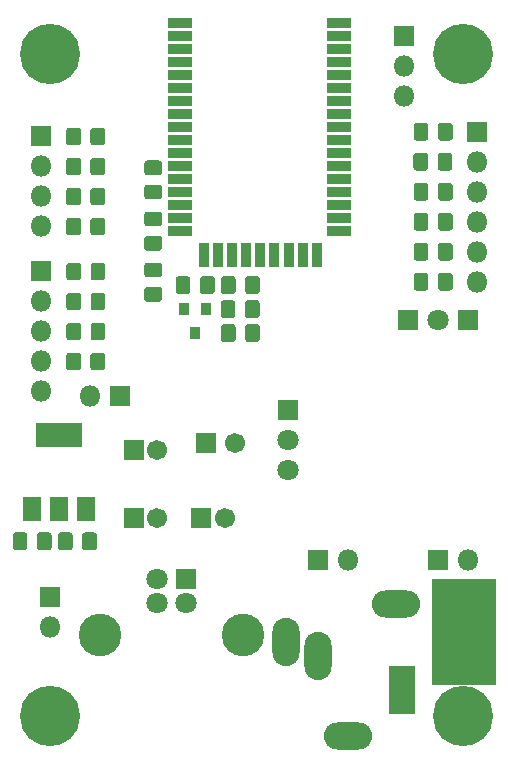
<source format=gbr>
G04 #@! TF.GenerationSoftware,KiCad,Pcbnew,(5.1.5)-3*
G04 #@! TF.CreationDate,2020-02-22T17:46:18+01:00*
G04 #@! TF.ProjectId,Breakoutboard,42726561-6b6f-4757-9462-6f6172642e6b,rev?*
G04 #@! TF.SameCoordinates,Original*
G04 #@! TF.FileFunction,Soldermask,Top*
G04 #@! TF.FilePolarity,Negative*
%FSLAX46Y46*%
G04 Gerber Fmt 4.6, Leading zero omitted, Abs format (unit mm)*
G04 Created by KiCad (PCBNEW (5.1.5)-3) date 2020-02-22 17:46:18*
%MOMM*%
%LPD*%
G04 APERTURE LIST*
%ADD10C,0.100000*%
%ADD11R,3.901600X2.101600*%
%ADD12R,1.601600X2.101600*%
%ADD13R,1.801600X1.801600*%
%ADD14O,1.801600X1.801600*%
%ADD15C,5.101600*%
%ADD16C,1.801600*%
%ADD17R,2.101600X0.901600*%
%ADD18R,0.901600X2.101600*%
%ADD19R,0.901600X1.001600*%
%ADD20C,1.701600*%
%ADD21R,1.701600X1.701600*%
%ADD22C,3.601600*%
%ADD23R,2.301600X4.101600*%
%ADD24O,4.101600X2.301600*%
%ADD25O,2.301600X4.101600*%
G04 APERTURE END LIST*
D10*
G36*
X170688000Y-116332000D02*
G01*
X165354000Y-116332000D01*
X165354000Y-107442000D01*
X170688000Y-107442000D01*
X170688000Y-116332000D01*
G37*
X170688000Y-116332000D02*
X165354000Y-116332000D01*
X165354000Y-107442000D01*
X170688000Y-107442000D01*
X170688000Y-116332000D01*
G36*
X130842383Y-103495510D02*
G01*
X130868795Y-103499428D01*
X130894696Y-103505916D01*
X130919837Y-103514911D01*
X130943974Y-103526328D01*
X130966877Y-103540055D01*
X130988324Y-103555961D01*
X131008108Y-103573892D01*
X131026039Y-103593676D01*
X131041945Y-103615123D01*
X131055672Y-103638026D01*
X131067089Y-103662163D01*
X131076084Y-103687304D01*
X131082572Y-103713205D01*
X131086490Y-103739617D01*
X131087800Y-103766286D01*
X131087800Y-104723714D01*
X131086490Y-104750383D01*
X131082572Y-104776795D01*
X131076084Y-104802696D01*
X131067089Y-104827837D01*
X131055672Y-104851974D01*
X131041945Y-104874877D01*
X131026039Y-104896324D01*
X131008108Y-104916108D01*
X130988324Y-104934039D01*
X130966877Y-104949945D01*
X130943974Y-104963672D01*
X130919837Y-104975089D01*
X130894696Y-104984084D01*
X130868795Y-104990572D01*
X130842383Y-104994490D01*
X130815714Y-104995800D01*
X130108286Y-104995800D01*
X130081617Y-104994490D01*
X130055205Y-104990572D01*
X130029304Y-104984084D01*
X130004163Y-104975089D01*
X129980026Y-104963672D01*
X129957123Y-104949945D01*
X129935676Y-104934039D01*
X129915892Y-104916108D01*
X129897961Y-104896324D01*
X129882055Y-104874877D01*
X129868328Y-104851974D01*
X129856911Y-104827837D01*
X129847916Y-104802696D01*
X129841428Y-104776795D01*
X129837510Y-104750383D01*
X129836200Y-104723714D01*
X129836200Y-103766286D01*
X129837510Y-103739617D01*
X129841428Y-103713205D01*
X129847916Y-103687304D01*
X129856911Y-103662163D01*
X129868328Y-103638026D01*
X129882055Y-103615123D01*
X129897961Y-103593676D01*
X129915892Y-103573892D01*
X129935676Y-103555961D01*
X129957123Y-103540055D01*
X129980026Y-103526328D01*
X130004163Y-103514911D01*
X130029304Y-103505916D01*
X130055205Y-103499428D01*
X130081617Y-103495510D01*
X130108286Y-103494200D01*
X130815714Y-103494200D01*
X130842383Y-103495510D01*
G37*
G36*
X132892383Y-103495510D02*
G01*
X132918795Y-103499428D01*
X132944696Y-103505916D01*
X132969837Y-103514911D01*
X132993974Y-103526328D01*
X133016877Y-103540055D01*
X133038324Y-103555961D01*
X133058108Y-103573892D01*
X133076039Y-103593676D01*
X133091945Y-103615123D01*
X133105672Y-103638026D01*
X133117089Y-103662163D01*
X133126084Y-103687304D01*
X133132572Y-103713205D01*
X133136490Y-103739617D01*
X133137800Y-103766286D01*
X133137800Y-104723714D01*
X133136490Y-104750383D01*
X133132572Y-104776795D01*
X133126084Y-104802696D01*
X133117089Y-104827837D01*
X133105672Y-104851974D01*
X133091945Y-104874877D01*
X133076039Y-104896324D01*
X133058108Y-104916108D01*
X133038324Y-104934039D01*
X133016877Y-104949945D01*
X132993974Y-104963672D01*
X132969837Y-104975089D01*
X132944696Y-104984084D01*
X132918795Y-104990572D01*
X132892383Y-104994490D01*
X132865714Y-104995800D01*
X132158286Y-104995800D01*
X132131617Y-104994490D01*
X132105205Y-104990572D01*
X132079304Y-104984084D01*
X132054163Y-104975089D01*
X132030026Y-104963672D01*
X132007123Y-104949945D01*
X131985676Y-104934039D01*
X131965892Y-104916108D01*
X131947961Y-104896324D01*
X131932055Y-104874877D01*
X131918328Y-104851974D01*
X131906911Y-104827837D01*
X131897916Y-104802696D01*
X131891428Y-104776795D01*
X131887510Y-104750383D01*
X131886200Y-104723714D01*
X131886200Y-103766286D01*
X131887510Y-103739617D01*
X131891428Y-103713205D01*
X131897916Y-103687304D01*
X131906911Y-103662163D01*
X131918328Y-103638026D01*
X131932055Y-103615123D01*
X131947961Y-103593676D01*
X131965892Y-103573892D01*
X131985676Y-103555961D01*
X132007123Y-103540055D01*
X132030026Y-103526328D01*
X132054163Y-103514911D01*
X132079304Y-103505916D01*
X132105205Y-103499428D01*
X132131617Y-103495510D01*
X132158286Y-103494200D01*
X132865714Y-103494200D01*
X132892383Y-103495510D01*
G37*
G36*
X136720383Y-103495510D02*
G01*
X136746795Y-103499428D01*
X136772696Y-103505916D01*
X136797837Y-103514911D01*
X136821974Y-103526328D01*
X136844877Y-103540055D01*
X136866324Y-103555961D01*
X136886108Y-103573892D01*
X136904039Y-103593676D01*
X136919945Y-103615123D01*
X136933672Y-103638026D01*
X136945089Y-103662163D01*
X136954084Y-103687304D01*
X136960572Y-103713205D01*
X136964490Y-103739617D01*
X136965800Y-103766286D01*
X136965800Y-104723714D01*
X136964490Y-104750383D01*
X136960572Y-104776795D01*
X136954084Y-104802696D01*
X136945089Y-104827837D01*
X136933672Y-104851974D01*
X136919945Y-104874877D01*
X136904039Y-104896324D01*
X136886108Y-104916108D01*
X136866324Y-104934039D01*
X136844877Y-104949945D01*
X136821974Y-104963672D01*
X136797837Y-104975089D01*
X136772696Y-104984084D01*
X136746795Y-104990572D01*
X136720383Y-104994490D01*
X136693714Y-104995800D01*
X135986286Y-104995800D01*
X135959617Y-104994490D01*
X135933205Y-104990572D01*
X135907304Y-104984084D01*
X135882163Y-104975089D01*
X135858026Y-104963672D01*
X135835123Y-104949945D01*
X135813676Y-104934039D01*
X135793892Y-104916108D01*
X135775961Y-104896324D01*
X135760055Y-104874877D01*
X135746328Y-104851974D01*
X135734911Y-104827837D01*
X135725916Y-104802696D01*
X135719428Y-104776795D01*
X135715510Y-104750383D01*
X135714200Y-104723714D01*
X135714200Y-103766286D01*
X135715510Y-103739617D01*
X135719428Y-103713205D01*
X135725916Y-103687304D01*
X135734911Y-103662163D01*
X135746328Y-103638026D01*
X135760055Y-103615123D01*
X135775961Y-103593676D01*
X135793892Y-103573892D01*
X135813676Y-103555961D01*
X135835123Y-103540055D01*
X135858026Y-103526328D01*
X135882163Y-103514911D01*
X135907304Y-103505916D01*
X135933205Y-103499428D01*
X135959617Y-103495510D01*
X135986286Y-103494200D01*
X136693714Y-103494200D01*
X136720383Y-103495510D01*
G37*
G36*
X134670383Y-103495510D02*
G01*
X134696795Y-103499428D01*
X134722696Y-103505916D01*
X134747837Y-103514911D01*
X134771974Y-103526328D01*
X134794877Y-103540055D01*
X134816324Y-103555961D01*
X134836108Y-103573892D01*
X134854039Y-103593676D01*
X134869945Y-103615123D01*
X134883672Y-103638026D01*
X134895089Y-103662163D01*
X134904084Y-103687304D01*
X134910572Y-103713205D01*
X134914490Y-103739617D01*
X134915800Y-103766286D01*
X134915800Y-104723714D01*
X134914490Y-104750383D01*
X134910572Y-104776795D01*
X134904084Y-104802696D01*
X134895089Y-104827837D01*
X134883672Y-104851974D01*
X134869945Y-104874877D01*
X134854039Y-104896324D01*
X134836108Y-104916108D01*
X134816324Y-104934039D01*
X134794877Y-104949945D01*
X134771974Y-104963672D01*
X134747837Y-104975089D01*
X134722696Y-104984084D01*
X134696795Y-104990572D01*
X134670383Y-104994490D01*
X134643714Y-104995800D01*
X133936286Y-104995800D01*
X133909617Y-104994490D01*
X133883205Y-104990572D01*
X133857304Y-104984084D01*
X133832163Y-104975089D01*
X133808026Y-104963672D01*
X133785123Y-104949945D01*
X133763676Y-104934039D01*
X133743892Y-104916108D01*
X133725961Y-104896324D01*
X133710055Y-104874877D01*
X133696328Y-104851974D01*
X133684911Y-104827837D01*
X133675916Y-104802696D01*
X133669428Y-104776795D01*
X133665510Y-104750383D01*
X133664200Y-104723714D01*
X133664200Y-103766286D01*
X133665510Y-103739617D01*
X133669428Y-103713205D01*
X133675916Y-103687304D01*
X133684911Y-103662163D01*
X133696328Y-103638026D01*
X133710055Y-103615123D01*
X133725961Y-103593676D01*
X133743892Y-103573892D01*
X133763676Y-103555961D01*
X133785123Y-103540055D01*
X133808026Y-103526328D01*
X133832163Y-103514911D01*
X133857304Y-103505916D01*
X133883205Y-103499428D01*
X133909617Y-103495510D01*
X133936286Y-103494200D01*
X134643714Y-103494200D01*
X134670383Y-103495510D01*
G37*
D11*
X133782000Y-95253000D03*
D12*
X133782000Y-101553000D03*
X136082000Y-101553000D03*
X131482000Y-101553000D03*
D10*
G36*
X166840383Y-81514510D02*
G01*
X166866795Y-81518428D01*
X166892696Y-81524916D01*
X166917837Y-81533911D01*
X166941974Y-81545328D01*
X166964877Y-81559055D01*
X166986324Y-81574961D01*
X167006108Y-81592892D01*
X167024039Y-81612676D01*
X167039945Y-81634123D01*
X167053672Y-81657026D01*
X167065089Y-81681163D01*
X167074084Y-81706304D01*
X167080572Y-81732205D01*
X167084490Y-81758617D01*
X167085800Y-81785286D01*
X167085800Y-82742714D01*
X167084490Y-82769383D01*
X167080572Y-82795795D01*
X167074084Y-82821696D01*
X167065089Y-82846837D01*
X167053672Y-82870974D01*
X167039945Y-82893877D01*
X167024039Y-82915324D01*
X167006108Y-82935108D01*
X166986324Y-82953039D01*
X166964877Y-82968945D01*
X166941974Y-82982672D01*
X166917837Y-82994089D01*
X166892696Y-83003084D01*
X166866795Y-83009572D01*
X166840383Y-83013490D01*
X166813714Y-83014800D01*
X166106286Y-83014800D01*
X166079617Y-83013490D01*
X166053205Y-83009572D01*
X166027304Y-83003084D01*
X166002163Y-82994089D01*
X165978026Y-82982672D01*
X165955123Y-82968945D01*
X165933676Y-82953039D01*
X165913892Y-82935108D01*
X165895961Y-82915324D01*
X165880055Y-82893877D01*
X165866328Y-82870974D01*
X165854911Y-82846837D01*
X165845916Y-82821696D01*
X165839428Y-82795795D01*
X165835510Y-82769383D01*
X165834200Y-82742714D01*
X165834200Y-81785286D01*
X165835510Y-81758617D01*
X165839428Y-81732205D01*
X165845916Y-81706304D01*
X165854911Y-81681163D01*
X165866328Y-81657026D01*
X165880055Y-81634123D01*
X165895961Y-81612676D01*
X165913892Y-81592892D01*
X165933676Y-81574961D01*
X165955123Y-81559055D01*
X165978026Y-81545328D01*
X166002163Y-81533911D01*
X166027304Y-81524916D01*
X166053205Y-81518428D01*
X166079617Y-81514510D01*
X166106286Y-81513200D01*
X166813714Y-81513200D01*
X166840383Y-81514510D01*
G37*
G36*
X164790383Y-81514510D02*
G01*
X164816795Y-81518428D01*
X164842696Y-81524916D01*
X164867837Y-81533911D01*
X164891974Y-81545328D01*
X164914877Y-81559055D01*
X164936324Y-81574961D01*
X164956108Y-81592892D01*
X164974039Y-81612676D01*
X164989945Y-81634123D01*
X165003672Y-81657026D01*
X165015089Y-81681163D01*
X165024084Y-81706304D01*
X165030572Y-81732205D01*
X165034490Y-81758617D01*
X165035800Y-81785286D01*
X165035800Y-82742714D01*
X165034490Y-82769383D01*
X165030572Y-82795795D01*
X165024084Y-82821696D01*
X165015089Y-82846837D01*
X165003672Y-82870974D01*
X164989945Y-82893877D01*
X164974039Y-82915324D01*
X164956108Y-82935108D01*
X164936324Y-82953039D01*
X164914877Y-82968945D01*
X164891974Y-82982672D01*
X164867837Y-82994089D01*
X164842696Y-83003084D01*
X164816795Y-83009572D01*
X164790383Y-83013490D01*
X164763714Y-83014800D01*
X164056286Y-83014800D01*
X164029617Y-83013490D01*
X164003205Y-83009572D01*
X163977304Y-83003084D01*
X163952163Y-82994089D01*
X163928026Y-82982672D01*
X163905123Y-82968945D01*
X163883676Y-82953039D01*
X163863892Y-82935108D01*
X163845961Y-82915324D01*
X163830055Y-82893877D01*
X163816328Y-82870974D01*
X163804911Y-82846837D01*
X163795916Y-82821696D01*
X163789428Y-82795795D01*
X163785510Y-82769383D01*
X163784200Y-82742714D01*
X163784200Y-81785286D01*
X163785510Y-81758617D01*
X163789428Y-81732205D01*
X163795916Y-81706304D01*
X163804911Y-81681163D01*
X163816328Y-81657026D01*
X163830055Y-81634123D01*
X163845961Y-81612676D01*
X163863892Y-81592892D01*
X163883676Y-81574961D01*
X163905123Y-81559055D01*
X163928026Y-81545328D01*
X163952163Y-81533911D01*
X163977304Y-81524916D01*
X164003205Y-81518428D01*
X164029617Y-81514510D01*
X164056286Y-81513200D01*
X164763714Y-81513200D01*
X164790383Y-81514510D01*
G37*
G36*
X166822383Y-71354510D02*
G01*
X166848795Y-71358428D01*
X166874696Y-71364916D01*
X166899837Y-71373911D01*
X166923974Y-71385328D01*
X166946877Y-71399055D01*
X166968324Y-71414961D01*
X166988108Y-71432892D01*
X167006039Y-71452676D01*
X167021945Y-71474123D01*
X167035672Y-71497026D01*
X167047089Y-71521163D01*
X167056084Y-71546304D01*
X167062572Y-71572205D01*
X167066490Y-71598617D01*
X167067800Y-71625286D01*
X167067800Y-72582714D01*
X167066490Y-72609383D01*
X167062572Y-72635795D01*
X167056084Y-72661696D01*
X167047089Y-72686837D01*
X167035672Y-72710974D01*
X167021945Y-72733877D01*
X167006039Y-72755324D01*
X166988108Y-72775108D01*
X166968324Y-72793039D01*
X166946877Y-72808945D01*
X166923974Y-72822672D01*
X166899837Y-72834089D01*
X166874696Y-72843084D01*
X166848795Y-72849572D01*
X166822383Y-72853490D01*
X166795714Y-72854800D01*
X166088286Y-72854800D01*
X166061617Y-72853490D01*
X166035205Y-72849572D01*
X166009304Y-72843084D01*
X165984163Y-72834089D01*
X165960026Y-72822672D01*
X165937123Y-72808945D01*
X165915676Y-72793039D01*
X165895892Y-72775108D01*
X165877961Y-72755324D01*
X165862055Y-72733877D01*
X165848328Y-72710974D01*
X165836911Y-72686837D01*
X165827916Y-72661696D01*
X165821428Y-72635795D01*
X165817510Y-72609383D01*
X165816200Y-72582714D01*
X165816200Y-71625286D01*
X165817510Y-71598617D01*
X165821428Y-71572205D01*
X165827916Y-71546304D01*
X165836911Y-71521163D01*
X165848328Y-71497026D01*
X165862055Y-71474123D01*
X165877961Y-71452676D01*
X165895892Y-71432892D01*
X165915676Y-71414961D01*
X165937123Y-71399055D01*
X165960026Y-71385328D01*
X165984163Y-71373911D01*
X166009304Y-71364916D01*
X166035205Y-71358428D01*
X166061617Y-71354510D01*
X166088286Y-71353200D01*
X166795714Y-71353200D01*
X166822383Y-71354510D01*
G37*
G36*
X164772383Y-71354510D02*
G01*
X164798795Y-71358428D01*
X164824696Y-71364916D01*
X164849837Y-71373911D01*
X164873974Y-71385328D01*
X164896877Y-71399055D01*
X164918324Y-71414961D01*
X164938108Y-71432892D01*
X164956039Y-71452676D01*
X164971945Y-71474123D01*
X164985672Y-71497026D01*
X164997089Y-71521163D01*
X165006084Y-71546304D01*
X165012572Y-71572205D01*
X165016490Y-71598617D01*
X165017800Y-71625286D01*
X165017800Y-72582714D01*
X165016490Y-72609383D01*
X165012572Y-72635795D01*
X165006084Y-72661696D01*
X164997089Y-72686837D01*
X164985672Y-72710974D01*
X164971945Y-72733877D01*
X164956039Y-72755324D01*
X164938108Y-72775108D01*
X164918324Y-72793039D01*
X164896877Y-72808945D01*
X164873974Y-72822672D01*
X164849837Y-72834089D01*
X164824696Y-72843084D01*
X164798795Y-72849572D01*
X164772383Y-72853490D01*
X164745714Y-72854800D01*
X164038286Y-72854800D01*
X164011617Y-72853490D01*
X163985205Y-72849572D01*
X163959304Y-72843084D01*
X163934163Y-72834089D01*
X163910026Y-72822672D01*
X163887123Y-72808945D01*
X163865676Y-72793039D01*
X163845892Y-72775108D01*
X163827961Y-72755324D01*
X163812055Y-72733877D01*
X163798328Y-72710974D01*
X163786911Y-72686837D01*
X163777916Y-72661696D01*
X163771428Y-72635795D01*
X163767510Y-72609383D01*
X163766200Y-72582714D01*
X163766200Y-71625286D01*
X163767510Y-71598617D01*
X163771428Y-71572205D01*
X163777916Y-71546304D01*
X163786911Y-71521163D01*
X163798328Y-71497026D01*
X163812055Y-71474123D01*
X163827961Y-71452676D01*
X163845892Y-71432892D01*
X163865676Y-71414961D01*
X163887123Y-71399055D01*
X163910026Y-71385328D01*
X163934163Y-71373911D01*
X163959304Y-71364916D01*
X163985205Y-71358428D01*
X164011617Y-71354510D01*
X164038286Y-71353200D01*
X164745714Y-71353200D01*
X164772383Y-71354510D01*
G37*
G36*
X164790383Y-73894510D02*
G01*
X164816795Y-73898428D01*
X164842696Y-73904916D01*
X164867837Y-73913911D01*
X164891974Y-73925328D01*
X164914877Y-73939055D01*
X164936324Y-73954961D01*
X164956108Y-73972892D01*
X164974039Y-73992676D01*
X164989945Y-74014123D01*
X165003672Y-74037026D01*
X165015089Y-74061163D01*
X165024084Y-74086304D01*
X165030572Y-74112205D01*
X165034490Y-74138617D01*
X165035800Y-74165286D01*
X165035800Y-75122714D01*
X165034490Y-75149383D01*
X165030572Y-75175795D01*
X165024084Y-75201696D01*
X165015089Y-75226837D01*
X165003672Y-75250974D01*
X164989945Y-75273877D01*
X164974039Y-75295324D01*
X164956108Y-75315108D01*
X164936324Y-75333039D01*
X164914877Y-75348945D01*
X164891974Y-75362672D01*
X164867837Y-75374089D01*
X164842696Y-75383084D01*
X164816795Y-75389572D01*
X164790383Y-75393490D01*
X164763714Y-75394800D01*
X164056286Y-75394800D01*
X164029617Y-75393490D01*
X164003205Y-75389572D01*
X163977304Y-75383084D01*
X163952163Y-75374089D01*
X163928026Y-75362672D01*
X163905123Y-75348945D01*
X163883676Y-75333039D01*
X163863892Y-75315108D01*
X163845961Y-75295324D01*
X163830055Y-75273877D01*
X163816328Y-75250974D01*
X163804911Y-75226837D01*
X163795916Y-75201696D01*
X163789428Y-75175795D01*
X163785510Y-75149383D01*
X163784200Y-75122714D01*
X163784200Y-74165286D01*
X163785510Y-74138617D01*
X163789428Y-74112205D01*
X163795916Y-74086304D01*
X163804911Y-74061163D01*
X163816328Y-74037026D01*
X163830055Y-74014123D01*
X163845961Y-73992676D01*
X163863892Y-73972892D01*
X163883676Y-73954961D01*
X163905123Y-73939055D01*
X163928026Y-73925328D01*
X163952163Y-73913911D01*
X163977304Y-73904916D01*
X164003205Y-73898428D01*
X164029617Y-73894510D01*
X164056286Y-73893200D01*
X164763714Y-73893200D01*
X164790383Y-73894510D01*
G37*
G36*
X166840383Y-73894510D02*
G01*
X166866795Y-73898428D01*
X166892696Y-73904916D01*
X166917837Y-73913911D01*
X166941974Y-73925328D01*
X166964877Y-73939055D01*
X166986324Y-73954961D01*
X167006108Y-73972892D01*
X167024039Y-73992676D01*
X167039945Y-74014123D01*
X167053672Y-74037026D01*
X167065089Y-74061163D01*
X167074084Y-74086304D01*
X167080572Y-74112205D01*
X167084490Y-74138617D01*
X167085800Y-74165286D01*
X167085800Y-75122714D01*
X167084490Y-75149383D01*
X167080572Y-75175795D01*
X167074084Y-75201696D01*
X167065089Y-75226837D01*
X167053672Y-75250974D01*
X167039945Y-75273877D01*
X167024039Y-75295324D01*
X167006108Y-75315108D01*
X166986324Y-75333039D01*
X166964877Y-75348945D01*
X166941974Y-75362672D01*
X166917837Y-75374089D01*
X166892696Y-75383084D01*
X166866795Y-75389572D01*
X166840383Y-75393490D01*
X166813714Y-75394800D01*
X166106286Y-75394800D01*
X166079617Y-75393490D01*
X166053205Y-75389572D01*
X166027304Y-75383084D01*
X166002163Y-75374089D01*
X165978026Y-75362672D01*
X165955123Y-75348945D01*
X165933676Y-75333039D01*
X165913892Y-75315108D01*
X165895961Y-75295324D01*
X165880055Y-75273877D01*
X165866328Y-75250974D01*
X165854911Y-75226837D01*
X165845916Y-75201696D01*
X165839428Y-75175795D01*
X165835510Y-75149383D01*
X165834200Y-75122714D01*
X165834200Y-74165286D01*
X165835510Y-74138617D01*
X165839428Y-74112205D01*
X165845916Y-74086304D01*
X165854911Y-74061163D01*
X165866328Y-74037026D01*
X165880055Y-74014123D01*
X165895961Y-73992676D01*
X165913892Y-73972892D01*
X165933676Y-73954961D01*
X165955123Y-73939055D01*
X165978026Y-73925328D01*
X166002163Y-73913911D01*
X166027304Y-73904916D01*
X166053205Y-73898428D01*
X166079617Y-73894510D01*
X166106286Y-73893200D01*
X166813714Y-73893200D01*
X166840383Y-73894510D01*
G37*
G36*
X166840383Y-76434510D02*
G01*
X166866795Y-76438428D01*
X166892696Y-76444916D01*
X166917837Y-76453911D01*
X166941974Y-76465328D01*
X166964877Y-76479055D01*
X166986324Y-76494961D01*
X167006108Y-76512892D01*
X167024039Y-76532676D01*
X167039945Y-76554123D01*
X167053672Y-76577026D01*
X167065089Y-76601163D01*
X167074084Y-76626304D01*
X167080572Y-76652205D01*
X167084490Y-76678617D01*
X167085800Y-76705286D01*
X167085800Y-77662714D01*
X167084490Y-77689383D01*
X167080572Y-77715795D01*
X167074084Y-77741696D01*
X167065089Y-77766837D01*
X167053672Y-77790974D01*
X167039945Y-77813877D01*
X167024039Y-77835324D01*
X167006108Y-77855108D01*
X166986324Y-77873039D01*
X166964877Y-77888945D01*
X166941974Y-77902672D01*
X166917837Y-77914089D01*
X166892696Y-77923084D01*
X166866795Y-77929572D01*
X166840383Y-77933490D01*
X166813714Y-77934800D01*
X166106286Y-77934800D01*
X166079617Y-77933490D01*
X166053205Y-77929572D01*
X166027304Y-77923084D01*
X166002163Y-77914089D01*
X165978026Y-77902672D01*
X165955123Y-77888945D01*
X165933676Y-77873039D01*
X165913892Y-77855108D01*
X165895961Y-77835324D01*
X165880055Y-77813877D01*
X165866328Y-77790974D01*
X165854911Y-77766837D01*
X165845916Y-77741696D01*
X165839428Y-77715795D01*
X165835510Y-77689383D01*
X165834200Y-77662714D01*
X165834200Y-76705286D01*
X165835510Y-76678617D01*
X165839428Y-76652205D01*
X165845916Y-76626304D01*
X165854911Y-76601163D01*
X165866328Y-76577026D01*
X165880055Y-76554123D01*
X165895961Y-76532676D01*
X165913892Y-76512892D01*
X165933676Y-76494961D01*
X165955123Y-76479055D01*
X165978026Y-76465328D01*
X166002163Y-76453911D01*
X166027304Y-76444916D01*
X166053205Y-76438428D01*
X166079617Y-76434510D01*
X166106286Y-76433200D01*
X166813714Y-76433200D01*
X166840383Y-76434510D01*
G37*
G36*
X164790383Y-76434510D02*
G01*
X164816795Y-76438428D01*
X164842696Y-76444916D01*
X164867837Y-76453911D01*
X164891974Y-76465328D01*
X164914877Y-76479055D01*
X164936324Y-76494961D01*
X164956108Y-76512892D01*
X164974039Y-76532676D01*
X164989945Y-76554123D01*
X165003672Y-76577026D01*
X165015089Y-76601163D01*
X165024084Y-76626304D01*
X165030572Y-76652205D01*
X165034490Y-76678617D01*
X165035800Y-76705286D01*
X165035800Y-77662714D01*
X165034490Y-77689383D01*
X165030572Y-77715795D01*
X165024084Y-77741696D01*
X165015089Y-77766837D01*
X165003672Y-77790974D01*
X164989945Y-77813877D01*
X164974039Y-77835324D01*
X164956108Y-77855108D01*
X164936324Y-77873039D01*
X164914877Y-77888945D01*
X164891974Y-77902672D01*
X164867837Y-77914089D01*
X164842696Y-77923084D01*
X164816795Y-77929572D01*
X164790383Y-77933490D01*
X164763714Y-77934800D01*
X164056286Y-77934800D01*
X164029617Y-77933490D01*
X164003205Y-77929572D01*
X163977304Y-77923084D01*
X163952163Y-77914089D01*
X163928026Y-77902672D01*
X163905123Y-77888945D01*
X163883676Y-77873039D01*
X163863892Y-77855108D01*
X163845961Y-77835324D01*
X163830055Y-77813877D01*
X163816328Y-77790974D01*
X163804911Y-77766837D01*
X163795916Y-77741696D01*
X163789428Y-77715795D01*
X163785510Y-77689383D01*
X163784200Y-77662714D01*
X163784200Y-76705286D01*
X163785510Y-76678617D01*
X163789428Y-76652205D01*
X163795916Y-76626304D01*
X163804911Y-76601163D01*
X163816328Y-76577026D01*
X163830055Y-76554123D01*
X163845961Y-76532676D01*
X163863892Y-76512892D01*
X163883676Y-76494961D01*
X163905123Y-76479055D01*
X163928026Y-76465328D01*
X163952163Y-76453911D01*
X163977304Y-76444916D01*
X164003205Y-76438428D01*
X164029617Y-76434510D01*
X164056286Y-76433200D01*
X164763714Y-76433200D01*
X164790383Y-76434510D01*
G37*
G36*
X164790383Y-68814510D02*
G01*
X164816795Y-68818428D01*
X164842696Y-68824916D01*
X164867837Y-68833911D01*
X164891974Y-68845328D01*
X164914877Y-68859055D01*
X164936324Y-68874961D01*
X164956108Y-68892892D01*
X164974039Y-68912676D01*
X164989945Y-68934123D01*
X165003672Y-68957026D01*
X165015089Y-68981163D01*
X165024084Y-69006304D01*
X165030572Y-69032205D01*
X165034490Y-69058617D01*
X165035800Y-69085286D01*
X165035800Y-70042714D01*
X165034490Y-70069383D01*
X165030572Y-70095795D01*
X165024084Y-70121696D01*
X165015089Y-70146837D01*
X165003672Y-70170974D01*
X164989945Y-70193877D01*
X164974039Y-70215324D01*
X164956108Y-70235108D01*
X164936324Y-70253039D01*
X164914877Y-70268945D01*
X164891974Y-70282672D01*
X164867837Y-70294089D01*
X164842696Y-70303084D01*
X164816795Y-70309572D01*
X164790383Y-70313490D01*
X164763714Y-70314800D01*
X164056286Y-70314800D01*
X164029617Y-70313490D01*
X164003205Y-70309572D01*
X163977304Y-70303084D01*
X163952163Y-70294089D01*
X163928026Y-70282672D01*
X163905123Y-70268945D01*
X163883676Y-70253039D01*
X163863892Y-70235108D01*
X163845961Y-70215324D01*
X163830055Y-70193877D01*
X163816328Y-70170974D01*
X163804911Y-70146837D01*
X163795916Y-70121696D01*
X163789428Y-70095795D01*
X163785510Y-70069383D01*
X163784200Y-70042714D01*
X163784200Y-69085286D01*
X163785510Y-69058617D01*
X163789428Y-69032205D01*
X163795916Y-69006304D01*
X163804911Y-68981163D01*
X163816328Y-68957026D01*
X163830055Y-68934123D01*
X163845961Y-68912676D01*
X163863892Y-68892892D01*
X163883676Y-68874961D01*
X163905123Y-68859055D01*
X163928026Y-68845328D01*
X163952163Y-68833911D01*
X163977304Y-68824916D01*
X164003205Y-68818428D01*
X164029617Y-68814510D01*
X164056286Y-68813200D01*
X164763714Y-68813200D01*
X164790383Y-68814510D01*
G37*
G36*
X166840383Y-68814510D02*
G01*
X166866795Y-68818428D01*
X166892696Y-68824916D01*
X166917837Y-68833911D01*
X166941974Y-68845328D01*
X166964877Y-68859055D01*
X166986324Y-68874961D01*
X167006108Y-68892892D01*
X167024039Y-68912676D01*
X167039945Y-68934123D01*
X167053672Y-68957026D01*
X167065089Y-68981163D01*
X167074084Y-69006304D01*
X167080572Y-69032205D01*
X167084490Y-69058617D01*
X167085800Y-69085286D01*
X167085800Y-70042714D01*
X167084490Y-70069383D01*
X167080572Y-70095795D01*
X167074084Y-70121696D01*
X167065089Y-70146837D01*
X167053672Y-70170974D01*
X167039945Y-70193877D01*
X167024039Y-70215324D01*
X167006108Y-70235108D01*
X166986324Y-70253039D01*
X166964877Y-70268945D01*
X166941974Y-70282672D01*
X166917837Y-70294089D01*
X166892696Y-70303084D01*
X166866795Y-70309572D01*
X166840383Y-70313490D01*
X166813714Y-70314800D01*
X166106286Y-70314800D01*
X166079617Y-70313490D01*
X166053205Y-70309572D01*
X166027304Y-70303084D01*
X166002163Y-70294089D01*
X165978026Y-70282672D01*
X165955123Y-70268945D01*
X165933676Y-70253039D01*
X165913892Y-70235108D01*
X165895961Y-70215324D01*
X165880055Y-70193877D01*
X165866328Y-70170974D01*
X165854911Y-70146837D01*
X165845916Y-70121696D01*
X165839428Y-70095795D01*
X165835510Y-70069383D01*
X165834200Y-70042714D01*
X165834200Y-69085286D01*
X165835510Y-69058617D01*
X165839428Y-69032205D01*
X165845916Y-69006304D01*
X165854911Y-68981163D01*
X165866328Y-68957026D01*
X165880055Y-68934123D01*
X165895961Y-68912676D01*
X165913892Y-68892892D01*
X165933676Y-68874961D01*
X165955123Y-68859055D01*
X165978026Y-68845328D01*
X166002163Y-68833911D01*
X166027304Y-68824916D01*
X166053205Y-68818428D01*
X166079617Y-68814510D01*
X166106286Y-68813200D01*
X166813714Y-68813200D01*
X166840383Y-68814510D01*
G37*
G36*
X164790383Y-78974510D02*
G01*
X164816795Y-78978428D01*
X164842696Y-78984916D01*
X164867837Y-78993911D01*
X164891974Y-79005328D01*
X164914877Y-79019055D01*
X164936324Y-79034961D01*
X164956108Y-79052892D01*
X164974039Y-79072676D01*
X164989945Y-79094123D01*
X165003672Y-79117026D01*
X165015089Y-79141163D01*
X165024084Y-79166304D01*
X165030572Y-79192205D01*
X165034490Y-79218617D01*
X165035800Y-79245286D01*
X165035800Y-80202714D01*
X165034490Y-80229383D01*
X165030572Y-80255795D01*
X165024084Y-80281696D01*
X165015089Y-80306837D01*
X165003672Y-80330974D01*
X164989945Y-80353877D01*
X164974039Y-80375324D01*
X164956108Y-80395108D01*
X164936324Y-80413039D01*
X164914877Y-80428945D01*
X164891974Y-80442672D01*
X164867837Y-80454089D01*
X164842696Y-80463084D01*
X164816795Y-80469572D01*
X164790383Y-80473490D01*
X164763714Y-80474800D01*
X164056286Y-80474800D01*
X164029617Y-80473490D01*
X164003205Y-80469572D01*
X163977304Y-80463084D01*
X163952163Y-80454089D01*
X163928026Y-80442672D01*
X163905123Y-80428945D01*
X163883676Y-80413039D01*
X163863892Y-80395108D01*
X163845961Y-80375324D01*
X163830055Y-80353877D01*
X163816328Y-80330974D01*
X163804911Y-80306837D01*
X163795916Y-80281696D01*
X163789428Y-80255795D01*
X163785510Y-80229383D01*
X163784200Y-80202714D01*
X163784200Y-79245286D01*
X163785510Y-79218617D01*
X163789428Y-79192205D01*
X163795916Y-79166304D01*
X163804911Y-79141163D01*
X163816328Y-79117026D01*
X163830055Y-79094123D01*
X163845961Y-79072676D01*
X163863892Y-79052892D01*
X163883676Y-79034961D01*
X163905123Y-79019055D01*
X163928026Y-79005328D01*
X163952163Y-78993911D01*
X163977304Y-78984916D01*
X164003205Y-78978428D01*
X164029617Y-78974510D01*
X164056286Y-78973200D01*
X164763714Y-78973200D01*
X164790383Y-78974510D01*
G37*
G36*
X166840383Y-78974510D02*
G01*
X166866795Y-78978428D01*
X166892696Y-78984916D01*
X166917837Y-78993911D01*
X166941974Y-79005328D01*
X166964877Y-79019055D01*
X166986324Y-79034961D01*
X167006108Y-79052892D01*
X167024039Y-79072676D01*
X167039945Y-79094123D01*
X167053672Y-79117026D01*
X167065089Y-79141163D01*
X167074084Y-79166304D01*
X167080572Y-79192205D01*
X167084490Y-79218617D01*
X167085800Y-79245286D01*
X167085800Y-80202714D01*
X167084490Y-80229383D01*
X167080572Y-80255795D01*
X167074084Y-80281696D01*
X167065089Y-80306837D01*
X167053672Y-80330974D01*
X167039945Y-80353877D01*
X167024039Y-80375324D01*
X167006108Y-80395108D01*
X166986324Y-80413039D01*
X166964877Y-80428945D01*
X166941974Y-80442672D01*
X166917837Y-80454089D01*
X166892696Y-80463084D01*
X166866795Y-80469572D01*
X166840383Y-80473490D01*
X166813714Y-80474800D01*
X166106286Y-80474800D01*
X166079617Y-80473490D01*
X166053205Y-80469572D01*
X166027304Y-80463084D01*
X166002163Y-80454089D01*
X165978026Y-80442672D01*
X165955123Y-80428945D01*
X165933676Y-80413039D01*
X165913892Y-80395108D01*
X165895961Y-80375324D01*
X165880055Y-80353877D01*
X165866328Y-80330974D01*
X165854911Y-80306837D01*
X165845916Y-80281696D01*
X165839428Y-80255795D01*
X165835510Y-80229383D01*
X165834200Y-80202714D01*
X165834200Y-79245286D01*
X165835510Y-79218617D01*
X165839428Y-79192205D01*
X165845916Y-79166304D01*
X165854911Y-79141163D01*
X165866328Y-79117026D01*
X165880055Y-79094123D01*
X165895961Y-79072676D01*
X165913892Y-79052892D01*
X165933676Y-79034961D01*
X165955123Y-79019055D01*
X165978026Y-79005328D01*
X166002163Y-78993911D01*
X166027304Y-78984916D01*
X166053205Y-78978428D01*
X166079617Y-78974510D01*
X166106286Y-78973200D01*
X166813714Y-78973200D01*
X166840383Y-78974510D01*
G37*
D13*
X169116000Y-69596000D03*
D14*
X169116000Y-72136000D03*
X169116000Y-74676000D03*
X169116000Y-77216000D03*
X169116000Y-79756000D03*
X169116000Y-82296000D03*
D13*
X163000000Y-61460000D03*
D14*
X163000000Y-64000000D03*
X163000000Y-66540000D03*
D15*
X168000000Y-119000000D03*
X168000000Y-63000000D03*
X133000000Y-119000000D03*
X133000000Y-63000000D03*
D13*
X155650000Y-105810000D03*
D14*
X158190000Y-105810000D03*
D13*
X165810000Y-105810000D03*
D14*
X168350000Y-105810000D03*
D16*
X153110000Y-98190000D03*
X153110000Y-95650000D03*
D13*
X153110000Y-93110000D03*
D16*
X165810000Y-85490000D03*
D13*
X168350000Y-85490000D03*
X163270000Y-85490000D03*
D17*
X144000000Y-60400000D03*
X144000000Y-61500000D03*
X144000000Y-62600000D03*
X144000000Y-63700000D03*
X144000000Y-64800000D03*
X144000000Y-65900000D03*
X144000000Y-67000000D03*
X144000000Y-68100000D03*
X144000000Y-69200000D03*
X144000000Y-70300000D03*
X144000000Y-71400000D03*
X144000000Y-72500000D03*
X144000000Y-73600000D03*
X144000000Y-74700000D03*
X144000000Y-75800000D03*
X144000000Y-76900000D03*
X144000000Y-78000000D03*
D18*
X146000000Y-80000000D03*
X147200000Y-80000000D03*
X148400000Y-80000000D03*
X149600000Y-80000000D03*
X150800000Y-80000000D03*
X152000000Y-80000000D03*
X153200000Y-80000000D03*
X154400000Y-80000000D03*
X155600000Y-80000000D03*
D17*
X157500000Y-60400000D03*
X157500000Y-61500000D03*
X157500000Y-62600000D03*
X157500000Y-63700000D03*
X157500000Y-64800000D03*
X157500000Y-65900000D03*
X157500000Y-67000000D03*
X157500000Y-68100000D03*
X157500000Y-69200000D03*
X157500000Y-70300000D03*
X157500000Y-71400000D03*
X157500000Y-72500000D03*
X157500000Y-73600000D03*
X157500000Y-74700000D03*
X157500000Y-75800000D03*
X157500000Y-76900000D03*
X157500000Y-78000000D03*
D19*
X146238000Y-84614000D03*
X144338000Y-84614000D03*
X145288000Y-86614000D03*
D10*
G36*
X150494383Y-83832510D02*
G01*
X150520795Y-83836428D01*
X150546696Y-83842916D01*
X150571837Y-83851911D01*
X150595974Y-83863328D01*
X150618877Y-83877055D01*
X150640324Y-83892961D01*
X150660108Y-83910892D01*
X150678039Y-83930676D01*
X150693945Y-83952123D01*
X150707672Y-83975026D01*
X150719089Y-83999163D01*
X150728084Y-84024304D01*
X150734572Y-84050205D01*
X150738490Y-84076617D01*
X150739800Y-84103286D01*
X150739800Y-85060714D01*
X150738490Y-85087383D01*
X150734572Y-85113795D01*
X150728084Y-85139696D01*
X150719089Y-85164837D01*
X150707672Y-85188974D01*
X150693945Y-85211877D01*
X150678039Y-85233324D01*
X150660108Y-85253108D01*
X150640324Y-85271039D01*
X150618877Y-85286945D01*
X150595974Y-85300672D01*
X150571837Y-85312089D01*
X150546696Y-85321084D01*
X150520795Y-85327572D01*
X150494383Y-85331490D01*
X150467714Y-85332800D01*
X149760286Y-85332800D01*
X149733617Y-85331490D01*
X149707205Y-85327572D01*
X149681304Y-85321084D01*
X149656163Y-85312089D01*
X149632026Y-85300672D01*
X149609123Y-85286945D01*
X149587676Y-85271039D01*
X149567892Y-85253108D01*
X149549961Y-85233324D01*
X149534055Y-85211877D01*
X149520328Y-85188974D01*
X149508911Y-85164837D01*
X149499916Y-85139696D01*
X149493428Y-85113795D01*
X149489510Y-85087383D01*
X149488200Y-85060714D01*
X149488200Y-84103286D01*
X149489510Y-84076617D01*
X149493428Y-84050205D01*
X149499916Y-84024304D01*
X149508911Y-83999163D01*
X149520328Y-83975026D01*
X149534055Y-83952123D01*
X149549961Y-83930676D01*
X149567892Y-83910892D01*
X149587676Y-83892961D01*
X149609123Y-83877055D01*
X149632026Y-83863328D01*
X149656163Y-83851911D01*
X149681304Y-83842916D01*
X149707205Y-83836428D01*
X149733617Y-83832510D01*
X149760286Y-83831200D01*
X150467714Y-83831200D01*
X150494383Y-83832510D01*
G37*
G36*
X148444383Y-83832510D02*
G01*
X148470795Y-83836428D01*
X148496696Y-83842916D01*
X148521837Y-83851911D01*
X148545974Y-83863328D01*
X148568877Y-83877055D01*
X148590324Y-83892961D01*
X148610108Y-83910892D01*
X148628039Y-83930676D01*
X148643945Y-83952123D01*
X148657672Y-83975026D01*
X148669089Y-83999163D01*
X148678084Y-84024304D01*
X148684572Y-84050205D01*
X148688490Y-84076617D01*
X148689800Y-84103286D01*
X148689800Y-85060714D01*
X148688490Y-85087383D01*
X148684572Y-85113795D01*
X148678084Y-85139696D01*
X148669089Y-85164837D01*
X148657672Y-85188974D01*
X148643945Y-85211877D01*
X148628039Y-85233324D01*
X148610108Y-85253108D01*
X148590324Y-85271039D01*
X148568877Y-85286945D01*
X148545974Y-85300672D01*
X148521837Y-85312089D01*
X148496696Y-85321084D01*
X148470795Y-85327572D01*
X148444383Y-85331490D01*
X148417714Y-85332800D01*
X147710286Y-85332800D01*
X147683617Y-85331490D01*
X147657205Y-85327572D01*
X147631304Y-85321084D01*
X147606163Y-85312089D01*
X147582026Y-85300672D01*
X147559123Y-85286945D01*
X147537676Y-85271039D01*
X147517892Y-85253108D01*
X147499961Y-85233324D01*
X147484055Y-85211877D01*
X147470328Y-85188974D01*
X147458911Y-85164837D01*
X147449916Y-85139696D01*
X147443428Y-85113795D01*
X147439510Y-85087383D01*
X147438200Y-85060714D01*
X147438200Y-84103286D01*
X147439510Y-84076617D01*
X147443428Y-84050205D01*
X147449916Y-84024304D01*
X147458911Y-83999163D01*
X147470328Y-83975026D01*
X147484055Y-83952123D01*
X147499961Y-83930676D01*
X147517892Y-83910892D01*
X147537676Y-83892961D01*
X147559123Y-83877055D01*
X147582026Y-83863328D01*
X147606163Y-83851911D01*
X147631304Y-83842916D01*
X147657205Y-83836428D01*
X147683617Y-83832510D01*
X147710286Y-83831200D01*
X148417714Y-83831200D01*
X148444383Y-83832510D01*
G37*
G36*
X148462383Y-85864510D02*
G01*
X148488795Y-85868428D01*
X148514696Y-85874916D01*
X148539837Y-85883911D01*
X148563974Y-85895328D01*
X148586877Y-85909055D01*
X148608324Y-85924961D01*
X148628108Y-85942892D01*
X148646039Y-85962676D01*
X148661945Y-85984123D01*
X148675672Y-86007026D01*
X148687089Y-86031163D01*
X148696084Y-86056304D01*
X148702572Y-86082205D01*
X148706490Y-86108617D01*
X148707800Y-86135286D01*
X148707800Y-87092714D01*
X148706490Y-87119383D01*
X148702572Y-87145795D01*
X148696084Y-87171696D01*
X148687089Y-87196837D01*
X148675672Y-87220974D01*
X148661945Y-87243877D01*
X148646039Y-87265324D01*
X148628108Y-87285108D01*
X148608324Y-87303039D01*
X148586877Y-87318945D01*
X148563974Y-87332672D01*
X148539837Y-87344089D01*
X148514696Y-87353084D01*
X148488795Y-87359572D01*
X148462383Y-87363490D01*
X148435714Y-87364800D01*
X147728286Y-87364800D01*
X147701617Y-87363490D01*
X147675205Y-87359572D01*
X147649304Y-87353084D01*
X147624163Y-87344089D01*
X147600026Y-87332672D01*
X147577123Y-87318945D01*
X147555676Y-87303039D01*
X147535892Y-87285108D01*
X147517961Y-87265324D01*
X147502055Y-87243877D01*
X147488328Y-87220974D01*
X147476911Y-87196837D01*
X147467916Y-87171696D01*
X147461428Y-87145795D01*
X147457510Y-87119383D01*
X147456200Y-87092714D01*
X147456200Y-86135286D01*
X147457510Y-86108617D01*
X147461428Y-86082205D01*
X147467916Y-86056304D01*
X147476911Y-86031163D01*
X147488328Y-86007026D01*
X147502055Y-85984123D01*
X147517961Y-85962676D01*
X147535892Y-85942892D01*
X147555676Y-85924961D01*
X147577123Y-85909055D01*
X147600026Y-85895328D01*
X147624163Y-85883911D01*
X147649304Y-85874916D01*
X147675205Y-85868428D01*
X147701617Y-85864510D01*
X147728286Y-85863200D01*
X148435714Y-85863200D01*
X148462383Y-85864510D01*
G37*
G36*
X150512383Y-85864510D02*
G01*
X150538795Y-85868428D01*
X150564696Y-85874916D01*
X150589837Y-85883911D01*
X150613974Y-85895328D01*
X150636877Y-85909055D01*
X150658324Y-85924961D01*
X150678108Y-85942892D01*
X150696039Y-85962676D01*
X150711945Y-85984123D01*
X150725672Y-86007026D01*
X150737089Y-86031163D01*
X150746084Y-86056304D01*
X150752572Y-86082205D01*
X150756490Y-86108617D01*
X150757800Y-86135286D01*
X150757800Y-87092714D01*
X150756490Y-87119383D01*
X150752572Y-87145795D01*
X150746084Y-87171696D01*
X150737089Y-87196837D01*
X150725672Y-87220974D01*
X150711945Y-87243877D01*
X150696039Y-87265324D01*
X150678108Y-87285108D01*
X150658324Y-87303039D01*
X150636877Y-87318945D01*
X150613974Y-87332672D01*
X150589837Y-87344089D01*
X150564696Y-87353084D01*
X150538795Y-87359572D01*
X150512383Y-87363490D01*
X150485714Y-87364800D01*
X149778286Y-87364800D01*
X149751617Y-87363490D01*
X149725205Y-87359572D01*
X149699304Y-87353084D01*
X149674163Y-87344089D01*
X149650026Y-87332672D01*
X149627123Y-87318945D01*
X149605676Y-87303039D01*
X149585892Y-87285108D01*
X149567961Y-87265324D01*
X149552055Y-87243877D01*
X149538328Y-87220974D01*
X149526911Y-87196837D01*
X149517916Y-87171696D01*
X149511428Y-87145795D01*
X149507510Y-87119383D01*
X149506200Y-87092714D01*
X149506200Y-86135286D01*
X149507510Y-86108617D01*
X149511428Y-86082205D01*
X149517916Y-86056304D01*
X149526911Y-86031163D01*
X149538328Y-86007026D01*
X149552055Y-85984123D01*
X149567961Y-85962676D01*
X149585892Y-85942892D01*
X149605676Y-85924961D01*
X149627123Y-85909055D01*
X149650026Y-85895328D01*
X149674163Y-85883911D01*
X149699304Y-85874916D01*
X149725205Y-85868428D01*
X149751617Y-85864510D01*
X149778286Y-85863200D01*
X150485714Y-85863200D01*
X150512383Y-85864510D01*
G37*
G36*
X144643383Y-81800510D02*
G01*
X144669795Y-81804428D01*
X144695696Y-81810916D01*
X144720837Y-81819911D01*
X144744974Y-81831328D01*
X144767877Y-81845055D01*
X144789324Y-81860961D01*
X144809108Y-81878892D01*
X144827039Y-81898676D01*
X144842945Y-81920123D01*
X144856672Y-81943026D01*
X144868089Y-81967163D01*
X144877084Y-81992304D01*
X144883572Y-82018205D01*
X144887490Y-82044617D01*
X144888800Y-82071286D01*
X144888800Y-83028714D01*
X144887490Y-83055383D01*
X144883572Y-83081795D01*
X144877084Y-83107696D01*
X144868089Y-83132837D01*
X144856672Y-83156974D01*
X144842945Y-83179877D01*
X144827039Y-83201324D01*
X144809108Y-83221108D01*
X144789324Y-83239039D01*
X144767877Y-83254945D01*
X144744974Y-83268672D01*
X144720837Y-83280089D01*
X144695696Y-83289084D01*
X144669795Y-83295572D01*
X144643383Y-83299490D01*
X144616714Y-83300800D01*
X143909286Y-83300800D01*
X143882617Y-83299490D01*
X143856205Y-83295572D01*
X143830304Y-83289084D01*
X143805163Y-83280089D01*
X143781026Y-83268672D01*
X143758123Y-83254945D01*
X143736676Y-83239039D01*
X143716892Y-83221108D01*
X143698961Y-83201324D01*
X143683055Y-83179877D01*
X143669328Y-83156974D01*
X143657911Y-83132837D01*
X143648916Y-83107696D01*
X143642428Y-83081795D01*
X143638510Y-83055383D01*
X143637200Y-83028714D01*
X143637200Y-82071286D01*
X143638510Y-82044617D01*
X143642428Y-82018205D01*
X143648916Y-81992304D01*
X143657911Y-81967163D01*
X143669328Y-81943026D01*
X143683055Y-81920123D01*
X143698961Y-81898676D01*
X143716892Y-81878892D01*
X143736676Y-81860961D01*
X143758123Y-81845055D01*
X143781026Y-81831328D01*
X143805163Y-81819911D01*
X143830304Y-81810916D01*
X143856205Y-81804428D01*
X143882617Y-81800510D01*
X143909286Y-81799200D01*
X144616714Y-81799200D01*
X144643383Y-81800510D01*
G37*
G36*
X146693383Y-81800510D02*
G01*
X146719795Y-81804428D01*
X146745696Y-81810916D01*
X146770837Y-81819911D01*
X146794974Y-81831328D01*
X146817877Y-81845055D01*
X146839324Y-81860961D01*
X146859108Y-81878892D01*
X146877039Y-81898676D01*
X146892945Y-81920123D01*
X146906672Y-81943026D01*
X146918089Y-81967163D01*
X146927084Y-81992304D01*
X146933572Y-82018205D01*
X146937490Y-82044617D01*
X146938800Y-82071286D01*
X146938800Y-83028714D01*
X146937490Y-83055383D01*
X146933572Y-83081795D01*
X146927084Y-83107696D01*
X146918089Y-83132837D01*
X146906672Y-83156974D01*
X146892945Y-83179877D01*
X146877039Y-83201324D01*
X146859108Y-83221108D01*
X146839324Y-83239039D01*
X146817877Y-83254945D01*
X146794974Y-83268672D01*
X146770837Y-83280089D01*
X146745696Y-83289084D01*
X146719795Y-83295572D01*
X146693383Y-83299490D01*
X146666714Y-83300800D01*
X145959286Y-83300800D01*
X145932617Y-83299490D01*
X145906205Y-83295572D01*
X145880304Y-83289084D01*
X145855163Y-83280089D01*
X145831026Y-83268672D01*
X145808123Y-83254945D01*
X145786676Y-83239039D01*
X145766892Y-83221108D01*
X145748961Y-83201324D01*
X145733055Y-83179877D01*
X145719328Y-83156974D01*
X145707911Y-83132837D01*
X145698916Y-83107696D01*
X145692428Y-83081795D01*
X145688510Y-83055383D01*
X145687200Y-83028714D01*
X145687200Y-82071286D01*
X145688510Y-82044617D01*
X145692428Y-82018205D01*
X145698916Y-81992304D01*
X145707911Y-81967163D01*
X145719328Y-81943026D01*
X145733055Y-81920123D01*
X145748961Y-81898676D01*
X145766892Y-81878892D01*
X145786676Y-81860961D01*
X145808123Y-81845055D01*
X145831026Y-81831328D01*
X145855163Y-81819911D01*
X145880304Y-81810916D01*
X145906205Y-81804428D01*
X145932617Y-81800510D01*
X145959286Y-81799200D01*
X146666714Y-81799200D01*
X146693383Y-81800510D01*
G37*
G36*
X150512383Y-81800510D02*
G01*
X150538795Y-81804428D01*
X150564696Y-81810916D01*
X150589837Y-81819911D01*
X150613974Y-81831328D01*
X150636877Y-81845055D01*
X150658324Y-81860961D01*
X150678108Y-81878892D01*
X150696039Y-81898676D01*
X150711945Y-81920123D01*
X150725672Y-81943026D01*
X150737089Y-81967163D01*
X150746084Y-81992304D01*
X150752572Y-82018205D01*
X150756490Y-82044617D01*
X150757800Y-82071286D01*
X150757800Y-83028714D01*
X150756490Y-83055383D01*
X150752572Y-83081795D01*
X150746084Y-83107696D01*
X150737089Y-83132837D01*
X150725672Y-83156974D01*
X150711945Y-83179877D01*
X150696039Y-83201324D01*
X150678108Y-83221108D01*
X150658324Y-83239039D01*
X150636877Y-83254945D01*
X150613974Y-83268672D01*
X150589837Y-83280089D01*
X150564696Y-83289084D01*
X150538795Y-83295572D01*
X150512383Y-83299490D01*
X150485714Y-83300800D01*
X149778286Y-83300800D01*
X149751617Y-83299490D01*
X149725205Y-83295572D01*
X149699304Y-83289084D01*
X149674163Y-83280089D01*
X149650026Y-83268672D01*
X149627123Y-83254945D01*
X149605676Y-83239039D01*
X149585892Y-83221108D01*
X149567961Y-83201324D01*
X149552055Y-83179877D01*
X149538328Y-83156974D01*
X149526911Y-83132837D01*
X149517916Y-83107696D01*
X149511428Y-83081795D01*
X149507510Y-83055383D01*
X149506200Y-83028714D01*
X149506200Y-82071286D01*
X149507510Y-82044617D01*
X149511428Y-82018205D01*
X149517916Y-81992304D01*
X149526911Y-81967163D01*
X149538328Y-81943026D01*
X149552055Y-81920123D01*
X149567961Y-81898676D01*
X149585892Y-81878892D01*
X149605676Y-81860961D01*
X149627123Y-81845055D01*
X149650026Y-81831328D01*
X149674163Y-81819911D01*
X149699304Y-81810916D01*
X149725205Y-81804428D01*
X149751617Y-81800510D01*
X149778286Y-81799200D01*
X150485714Y-81799200D01*
X150512383Y-81800510D01*
G37*
G36*
X148462383Y-81800510D02*
G01*
X148488795Y-81804428D01*
X148514696Y-81810916D01*
X148539837Y-81819911D01*
X148563974Y-81831328D01*
X148586877Y-81845055D01*
X148608324Y-81860961D01*
X148628108Y-81878892D01*
X148646039Y-81898676D01*
X148661945Y-81920123D01*
X148675672Y-81943026D01*
X148687089Y-81967163D01*
X148696084Y-81992304D01*
X148702572Y-82018205D01*
X148706490Y-82044617D01*
X148707800Y-82071286D01*
X148707800Y-83028714D01*
X148706490Y-83055383D01*
X148702572Y-83081795D01*
X148696084Y-83107696D01*
X148687089Y-83132837D01*
X148675672Y-83156974D01*
X148661945Y-83179877D01*
X148646039Y-83201324D01*
X148628108Y-83221108D01*
X148608324Y-83239039D01*
X148586877Y-83254945D01*
X148563974Y-83268672D01*
X148539837Y-83280089D01*
X148514696Y-83289084D01*
X148488795Y-83295572D01*
X148462383Y-83299490D01*
X148435714Y-83300800D01*
X147728286Y-83300800D01*
X147701617Y-83299490D01*
X147675205Y-83295572D01*
X147649304Y-83289084D01*
X147624163Y-83280089D01*
X147600026Y-83268672D01*
X147577123Y-83254945D01*
X147555676Y-83239039D01*
X147535892Y-83221108D01*
X147517961Y-83201324D01*
X147502055Y-83179877D01*
X147488328Y-83156974D01*
X147476911Y-83132837D01*
X147467916Y-83107696D01*
X147461428Y-83081795D01*
X147457510Y-83055383D01*
X147456200Y-83028714D01*
X147456200Y-82071286D01*
X147457510Y-82044617D01*
X147461428Y-82018205D01*
X147467916Y-81992304D01*
X147476911Y-81967163D01*
X147488328Y-81943026D01*
X147502055Y-81920123D01*
X147517961Y-81898676D01*
X147535892Y-81878892D01*
X147555676Y-81860961D01*
X147577123Y-81845055D01*
X147600026Y-81831328D01*
X147624163Y-81819911D01*
X147649304Y-81810916D01*
X147675205Y-81804428D01*
X147701617Y-81800510D01*
X147728286Y-81799200D01*
X148435714Y-81799200D01*
X148462383Y-81800510D01*
G37*
D20*
X147796000Y-102235000D03*
D21*
X145796000Y-102235000D03*
D10*
G36*
X137416383Y-76840510D02*
G01*
X137442795Y-76844428D01*
X137468696Y-76850916D01*
X137493837Y-76859911D01*
X137517974Y-76871328D01*
X137540877Y-76885055D01*
X137562324Y-76900961D01*
X137582108Y-76918892D01*
X137600039Y-76938676D01*
X137615945Y-76960123D01*
X137629672Y-76983026D01*
X137641089Y-77007163D01*
X137650084Y-77032304D01*
X137656572Y-77058205D01*
X137660490Y-77084617D01*
X137661800Y-77111286D01*
X137661800Y-78068714D01*
X137660490Y-78095383D01*
X137656572Y-78121795D01*
X137650084Y-78147696D01*
X137641089Y-78172837D01*
X137629672Y-78196974D01*
X137615945Y-78219877D01*
X137600039Y-78241324D01*
X137582108Y-78261108D01*
X137562324Y-78279039D01*
X137540877Y-78294945D01*
X137517974Y-78308672D01*
X137493837Y-78320089D01*
X137468696Y-78329084D01*
X137442795Y-78335572D01*
X137416383Y-78339490D01*
X137389714Y-78340800D01*
X136682286Y-78340800D01*
X136655617Y-78339490D01*
X136629205Y-78335572D01*
X136603304Y-78329084D01*
X136578163Y-78320089D01*
X136554026Y-78308672D01*
X136531123Y-78294945D01*
X136509676Y-78279039D01*
X136489892Y-78261108D01*
X136471961Y-78241324D01*
X136456055Y-78219877D01*
X136442328Y-78196974D01*
X136430911Y-78172837D01*
X136421916Y-78147696D01*
X136415428Y-78121795D01*
X136411510Y-78095383D01*
X136410200Y-78068714D01*
X136410200Y-77111286D01*
X136411510Y-77084617D01*
X136415428Y-77058205D01*
X136421916Y-77032304D01*
X136430911Y-77007163D01*
X136442328Y-76983026D01*
X136456055Y-76960123D01*
X136471961Y-76938676D01*
X136489892Y-76918892D01*
X136509676Y-76900961D01*
X136531123Y-76885055D01*
X136554026Y-76871328D01*
X136578163Y-76859911D01*
X136603304Y-76850916D01*
X136629205Y-76844428D01*
X136655617Y-76840510D01*
X136682286Y-76839200D01*
X137389714Y-76839200D01*
X137416383Y-76840510D01*
G37*
G36*
X135366383Y-76840510D02*
G01*
X135392795Y-76844428D01*
X135418696Y-76850916D01*
X135443837Y-76859911D01*
X135467974Y-76871328D01*
X135490877Y-76885055D01*
X135512324Y-76900961D01*
X135532108Y-76918892D01*
X135550039Y-76938676D01*
X135565945Y-76960123D01*
X135579672Y-76983026D01*
X135591089Y-77007163D01*
X135600084Y-77032304D01*
X135606572Y-77058205D01*
X135610490Y-77084617D01*
X135611800Y-77111286D01*
X135611800Y-78068714D01*
X135610490Y-78095383D01*
X135606572Y-78121795D01*
X135600084Y-78147696D01*
X135591089Y-78172837D01*
X135579672Y-78196974D01*
X135565945Y-78219877D01*
X135550039Y-78241324D01*
X135532108Y-78261108D01*
X135512324Y-78279039D01*
X135490877Y-78294945D01*
X135467974Y-78308672D01*
X135443837Y-78320089D01*
X135418696Y-78329084D01*
X135392795Y-78335572D01*
X135366383Y-78339490D01*
X135339714Y-78340800D01*
X134632286Y-78340800D01*
X134605617Y-78339490D01*
X134579205Y-78335572D01*
X134553304Y-78329084D01*
X134528163Y-78320089D01*
X134504026Y-78308672D01*
X134481123Y-78294945D01*
X134459676Y-78279039D01*
X134439892Y-78261108D01*
X134421961Y-78241324D01*
X134406055Y-78219877D01*
X134392328Y-78196974D01*
X134380911Y-78172837D01*
X134371916Y-78147696D01*
X134365428Y-78121795D01*
X134361510Y-78095383D01*
X134360200Y-78068714D01*
X134360200Y-77111286D01*
X134361510Y-77084617D01*
X134365428Y-77058205D01*
X134371916Y-77032304D01*
X134380911Y-77007163D01*
X134392328Y-76983026D01*
X134406055Y-76960123D01*
X134421961Y-76938676D01*
X134439892Y-76918892D01*
X134459676Y-76900961D01*
X134481123Y-76885055D01*
X134504026Y-76871328D01*
X134528163Y-76859911D01*
X134553304Y-76850916D01*
X134579205Y-76844428D01*
X134605617Y-76840510D01*
X134632286Y-76839200D01*
X135339714Y-76839200D01*
X135366383Y-76840510D01*
G37*
D21*
X140081000Y-102235000D03*
D20*
X142081000Y-102235000D03*
D21*
X140081000Y-96520000D03*
D20*
X142081000Y-96520000D03*
D21*
X146177000Y-95885000D03*
D20*
X148677000Y-95885000D03*
D10*
G36*
X142237383Y-74051510D02*
G01*
X142263795Y-74055428D01*
X142289696Y-74061916D01*
X142314837Y-74070911D01*
X142338974Y-74082328D01*
X142361877Y-74096055D01*
X142383324Y-74111961D01*
X142403108Y-74129892D01*
X142421039Y-74149676D01*
X142436945Y-74171123D01*
X142450672Y-74194026D01*
X142462089Y-74218163D01*
X142471084Y-74243304D01*
X142477572Y-74269205D01*
X142481490Y-74295617D01*
X142482800Y-74322286D01*
X142482800Y-75029714D01*
X142481490Y-75056383D01*
X142477572Y-75082795D01*
X142471084Y-75108696D01*
X142462089Y-75133837D01*
X142450672Y-75157974D01*
X142436945Y-75180877D01*
X142421039Y-75202324D01*
X142403108Y-75222108D01*
X142383324Y-75240039D01*
X142361877Y-75255945D01*
X142338974Y-75269672D01*
X142314837Y-75281089D01*
X142289696Y-75290084D01*
X142263795Y-75296572D01*
X142237383Y-75300490D01*
X142210714Y-75301800D01*
X141253286Y-75301800D01*
X141226617Y-75300490D01*
X141200205Y-75296572D01*
X141174304Y-75290084D01*
X141149163Y-75281089D01*
X141125026Y-75269672D01*
X141102123Y-75255945D01*
X141080676Y-75240039D01*
X141060892Y-75222108D01*
X141042961Y-75202324D01*
X141027055Y-75180877D01*
X141013328Y-75157974D01*
X141001911Y-75133837D01*
X140992916Y-75108696D01*
X140986428Y-75082795D01*
X140982510Y-75056383D01*
X140981200Y-75029714D01*
X140981200Y-74322286D01*
X140982510Y-74295617D01*
X140986428Y-74269205D01*
X140992916Y-74243304D01*
X141001911Y-74218163D01*
X141013328Y-74194026D01*
X141027055Y-74171123D01*
X141042961Y-74149676D01*
X141060892Y-74129892D01*
X141080676Y-74111961D01*
X141102123Y-74096055D01*
X141125026Y-74082328D01*
X141149163Y-74070911D01*
X141174304Y-74061916D01*
X141200205Y-74055428D01*
X141226617Y-74051510D01*
X141253286Y-74050200D01*
X142210714Y-74050200D01*
X142237383Y-74051510D01*
G37*
G36*
X142237383Y-72001510D02*
G01*
X142263795Y-72005428D01*
X142289696Y-72011916D01*
X142314837Y-72020911D01*
X142338974Y-72032328D01*
X142361877Y-72046055D01*
X142383324Y-72061961D01*
X142403108Y-72079892D01*
X142421039Y-72099676D01*
X142436945Y-72121123D01*
X142450672Y-72144026D01*
X142462089Y-72168163D01*
X142471084Y-72193304D01*
X142477572Y-72219205D01*
X142481490Y-72245617D01*
X142482800Y-72272286D01*
X142482800Y-72979714D01*
X142481490Y-73006383D01*
X142477572Y-73032795D01*
X142471084Y-73058696D01*
X142462089Y-73083837D01*
X142450672Y-73107974D01*
X142436945Y-73130877D01*
X142421039Y-73152324D01*
X142403108Y-73172108D01*
X142383324Y-73190039D01*
X142361877Y-73205945D01*
X142338974Y-73219672D01*
X142314837Y-73231089D01*
X142289696Y-73240084D01*
X142263795Y-73246572D01*
X142237383Y-73250490D01*
X142210714Y-73251800D01*
X141253286Y-73251800D01*
X141226617Y-73250490D01*
X141200205Y-73246572D01*
X141174304Y-73240084D01*
X141149163Y-73231089D01*
X141125026Y-73219672D01*
X141102123Y-73205945D01*
X141080676Y-73190039D01*
X141060892Y-73172108D01*
X141042961Y-73152324D01*
X141027055Y-73130877D01*
X141013328Y-73107974D01*
X141001911Y-73083837D01*
X140992916Y-73058696D01*
X140986428Y-73032795D01*
X140982510Y-73006383D01*
X140981200Y-72979714D01*
X140981200Y-72272286D01*
X140982510Y-72245617D01*
X140986428Y-72219205D01*
X140992916Y-72193304D01*
X141001911Y-72168163D01*
X141013328Y-72144026D01*
X141027055Y-72121123D01*
X141042961Y-72099676D01*
X141060892Y-72079892D01*
X141080676Y-72061961D01*
X141102123Y-72046055D01*
X141125026Y-72032328D01*
X141149163Y-72020911D01*
X141174304Y-72011916D01*
X141200205Y-72005428D01*
X141226617Y-72001510D01*
X141253286Y-72000200D01*
X142210714Y-72000200D01*
X142237383Y-72001510D01*
G37*
G36*
X142237383Y-76337510D02*
G01*
X142263795Y-76341428D01*
X142289696Y-76347916D01*
X142314837Y-76356911D01*
X142338974Y-76368328D01*
X142361877Y-76382055D01*
X142383324Y-76397961D01*
X142403108Y-76415892D01*
X142421039Y-76435676D01*
X142436945Y-76457123D01*
X142450672Y-76480026D01*
X142462089Y-76504163D01*
X142471084Y-76529304D01*
X142477572Y-76555205D01*
X142481490Y-76581617D01*
X142482800Y-76608286D01*
X142482800Y-77315714D01*
X142481490Y-77342383D01*
X142477572Y-77368795D01*
X142471084Y-77394696D01*
X142462089Y-77419837D01*
X142450672Y-77443974D01*
X142436945Y-77466877D01*
X142421039Y-77488324D01*
X142403108Y-77508108D01*
X142383324Y-77526039D01*
X142361877Y-77541945D01*
X142338974Y-77555672D01*
X142314837Y-77567089D01*
X142289696Y-77576084D01*
X142263795Y-77582572D01*
X142237383Y-77586490D01*
X142210714Y-77587800D01*
X141253286Y-77587800D01*
X141226617Y-77586490D01*
X141200205Y-77582572D01*
X141174304Y-77576084D01*
X141149163Y-77567089D01*
X141125026Y-77555672D01*
X141102123Y-77541945D01*
X141080676Y-77526039D01*
X141060892Y-77508108D01*
X141042961Y-77488324D01*
X141027055Y-77466877D01*
X141013328Y-77443974D01*
X141001911Y-77419837D01*
X140992916Y-77394696D01*
X140986428Y-77368795D01*
X140982510Y-77342383D01*
X140981200Y-77315714D01*
X140981200Y-76608286D01*
X140982510Y-76581617D01*
X140986428Y-76555205D01*
X140992916Y-76529304D01*
X141001911Y-76504163D01*
X141013328Y-76480026D01*
X141027055Y-76457123D01*
X141042961Y-76435676D01*
X141060892Y-76415892D01*
X141080676Y-76397961D01*
X141102123Y-76382055D01*
X141125026Y-76368328D01*
X141149163Y-76356911D01*
X141174304Y-76347916D01*
X141200205Y-76341428D01*
X141226617Y-76337510D01*
X141253286Y-76336200D01*
X142210714Y-76336200D01*
X142237383Y-76337510D01*
G37*
G36*
X142237383Y-78387510D02*
G01*
X142263795Y-78391428D01*
X142289696Y-78397916D01*
X142314837Y-78406911D01*
X142338974Y-78418328D01*
X142361877Y-78432055D01*
X142383324Y-78447961D01*
X142403108Y-78465892D01*
X142421039Y-78485676D01*
X142436945Y-78507123D01*
X142450672Y-78530026D01*
X142462089Y-78554163D01*
X142471084Y-78579304D01*
X142477572Y-78605205D01*
X142481490Y-78631617D01*
X142482800Y-78658286D01*
X142482800Y-79365714D01*
X142481490Y-79392383D01*
X142477572Y-79418795D01*
X142471084Y-79444696D01*
X142462089Y-79469837D01*
X142450672Y-79493974D01*
X142436945Y-79516877D01*
X142421039Y-79538324D01*
X142403108Y-79558108D01*
X142383324Y-79576039D01*
X142361877Y-79591945D01*
X142338974Y-79605672D01*
X142314837Y-79617089D01*
X142289696Y-79626084D01*
X142263795Y-79632572D01*
X142237383Y-79636490D01*
X142210714Y-79637800D01*
X141253286Y-79637800D01*
X141226617Y-79636490D01*
X141200205Y-79632572D01*
X141174304Y-79626084D01*
X141149163Y-79617089D01*
X141125026Y-79605672D01*
X141102123Y-79591945D01*
X141080676Y-79576039D01*
X141060892Y-79558108D01*
X141042961Y-79538324D01*
X141027055Y-79516877D01*
X141013328Y-79493974D01*
X141001911Y-79469837D01*
X140992916Y-79444696D01*
X140986428Y-79418795D01*
X140982510Y-79392383D01*
X140981200Y-79365714D01*
X140981200Y-78658286D01*
X140982510Y-78631617D01*
X140986428Y-78605205D01*
X140992916Y-78579304D01*
X141001911Y-78554163D01*
X141013328Y-78530026D01*
X141027055Y-78507123D01*
X141042961Y-78485676D01*
X141060892Y-78465892D01*
X141080676Y-78447961D01*
X141102123Y-78432055D01*
X141125026Y-78418328D01*
X141149163Y-78406911D01*
X141174304Y-78397916D01*
X141200205Y-78391428D01*
X141226617Y-78387510D01*
X141253286Y-78386200D01*
X142210714Y-78386200D01*
X142237383Y-78387510D01*
G37*
D13*
X132210000Y-69970000D03*
D14*
X132210000Y-72510000D03*
X132210000Y-75050000D03*
X132210000Y-77590000D03*
D13*
X132210000Y-81400000D03*
D14*
X132210000Y-83940000D03*
X132210000Y-86480000D03*
X132210000Y-89020000D03*
X132210000Y-91560000D03*
D13*
X144526000Y-107442000D03*
D16*
X142026000Y-107442000D03*
X142026000Y-109442000D03*
X144526000Y-109442000D03*
D22*
X149296000Y-112152000D03*
X137256000Y-112152000D03*
D13*
X138938000Y-91948000D03*
D14*
X136398000Y-91948000D03*
D13*
X133000000Y-109000000D03*
D14*
X133000000Y-111540000D03*
D23*
X162814000Y-116840000D03*
D24*
X162314000Y-109540000D03*
D25*
X155714000Y-113940000D03*
X153014000Y-112740000D03*
D24*
X158214000Y-120740000D03*
D10*
G36*
X142237383Y-80655510D02*
G01*
X142263795Y-80659428D01*
X142289696Y-80665916D01*
X142314837Y-80674911D01*
X142338974Y-80686328D01*
X142361877Y-80700055D01*
X142383324Y-80715961D01*
X142403108Y-80733892D01*
X142421039Y-80753676D01*
X142436945Y-80775123D01*
X142450672Y-80798026D01*
X142462089Y-80822163D01*
X142471084Y-80847304D01*
X142477572Y-80873205D01*
X142481490Y-80899617D01*
X142482800Y-80926286D01*
X142482800Y-81633714D01*
X142481490Y-81660383D01*
X142477572Y-81686795D01*
X142471084Y-81712696D01*
X142462089Y-81737837D01*
X142450672Y-81761974D01*
X142436945Y-81784877D01*
X142421039Y-81806324D01*
X142403108Y-81826108D01*
X142383324Y-81844039D01*
X142361877Y-81859945D01*
X142338974Y-81873672D01*
X142314837Y-81885089D01*
X142289696Y-81894084D01*
X142263795Y-81900572D01*
X142237383Y-81904490D01*
X142210714Y-81905800D01*
X141253286Y-81905800D01*
X141226617Y-81904490D01*
X141200205Y-81900572D01*
X141174304Y-81894084D01*
X141149163Y-81885089D01*
X141125026Y-81873672D01*
X141102123Y-81859945D01*
X141080676Y-81844039D01*
X141060892Y-81826108D01*
X141042961Y-81806324D01*
X141027055Y-81784877D01*
X141013328Y-81761974D01*
X141001911Y-81737837D01*
X140992916Y-81712696D01*
X140986428Y-81686795D01*
X140982510Y-81660383D01*
X140981200Y-81633714D01*
X140981200Y-80926286D01*
X140982510Y-80899617D01*
X140986428Y-80873205D01*
X140992916Y-80847304D01*
X141001911Y-80822163D01*
X141013328Y-80798026D01*
X141027055Y-80775123D01*
X141042961Y-80753676D01*
X141060892Y-80733892D01*
X141080676Y-80715961D01*
X141102123Y-80700055D01*
X141125026Y-80686328D01*
X141149163Y-80674911D01*
X141174304Y-80665916D01*
X141200205Y-80659428D01*
X141226617Y-80655510D01*
X141253286Y-80654200D01*
X142210714Y-80654200D01*
X142237383Y-80655510D01*
G37*
G36*
X142237383Y-82705510D02*
G01*
X142263795Y-82709428D01*
X142289696Y-82715916D01*
X142314837Y-82724911D01*
X142338974Y-82736328D01*
X142361877Y-82750055D01*
X142383324Y-82765961D01*
X142403108Y-82783892D01*
X142421039Y-82803676D01*
X142436945Y-82825123D01*
X142450672Y-82848026D01*
X142462089Y-82872163D01*
X142471084Y-82897304D01*
X142477572Y-82923205D01*
X142481490Y-82949617D01*
X142482800Y-82976286D01*
X142482800Y-83683714D01*
X142481490Y-83710383D01*
X142477572Y-83736795D01*
X142471084Y-83762696D01*
X142462089Y-83787837D01*
X142450672Y-83811974D01*
X142436945Y-83834877D01*
X142421039Y-83856324D01*
X142403108Y-83876108D01*
X142383324Y-83894039D01*
X142361877Y-83909945D01*
X142338974Y-83923672D01*
X142314837Y-83935089D01*
X142289696Y-83944084D01*
X142263795Y-83950572D01*
X142237383Y-83954490D01*
X142210714Y-83955800D01*
X141253286Y-83955800D01*
X141226617Y-83954490D01*
X141200205Y-83950572D01*
X141174304Y-83944084D01*
X141149163Y-83935089D01*
X141125026Y-83923672D01*
X141102123Y-83909945D01*
X141080676Y-83894039D01*
X141060892Y-83876108D01*
X141042961Y-83856324D01*
X141027055Y-83834877D01*
X141013328Y-83811974D01*
X141001911Y-83787837D01*
X140992916Y-83762696D01*
X140986428Y-83736795D01*
X140982510Y-83710383D01*
X140981200Y-83683714D01*
X140981200Y-82976286D01*
X140982510Y-82949617D01*
X140986428Y-82923205D01*
X140992916Y-82897304D01*
X141001911Y-82872163D01*
X141013328Y-82848026D01*
X141027055Y-82825123D01*
X141042961Y-82803676D01*
X141060892Y-82783892D01*
X141080676Y-82765961D01*
X141102123Y-82750055D01*
X141125026Y-82736328D01*
X141149163Y-82724911D01*
X141174304Y-82715916D01*
X141200205Y-82709428D01*
X141226617Y-82705510D01*
X141253286Y-82704200D01*
X142210714Y-82704200D01*
X142237383Y-82705510D01*
G37*
G36*
X135384383Y-80650510D02*
G01*
X135410795Y-80654428D01*
X135436696Y-80660916D01*
X135461837Y-80669911D01*
X135485974Y-80681328D01*
X135508877Y-80695055D01*
X135530324Y-80710961D01*
X135550108Y-80728892D01*
X135568039Y-80748676D01*
X135583945Y-80770123D01*
X135597672Y-80793026D01*
X135609089Y-80817163D01*
X135618084Y-80842304D01*
X135624572Y-80868205D01*
X135628490Y-80894617D01*
X135629800Y-80921286D01*
X135629800Y-81878714D01*
X135628490Y-81905383D01*
X135624572Y-81931795D01*
X135618084Y-81957696D01*
X135609089Y-81982837D01*
X135597672Y-82006974D01*
X135583945Y-82029877D01*
X135568039Y-82051324D01*
X135550108Y-82071108D01*
X135530324Y-82089039D01*
X135508877Y-82104945D01*
X135485974Y-82118672D01*
X135461837Y-82130089D01*
X135436696Y-82139084D01*
X135410795Y-82145572D01*
X135384383Y-82149490D01*
X135357714Y-82150800D01*
X134650286Y-82150800D01*
X134623617Y-82149490D01*
X134597205Y-82145572D01*
X134571304Y-82139084D01*
X134546163Y-82130089D01*
X134522026Y-82118672D01*
X134499123Y-82104945D01*
X134477676Y-82089039D01*
X134457892Y-82071108D01*
X134439961Y-82051324D01*
X134424055Y-82029877D01*
X134410328Y-82006974D01*
X134398911Y-81982837D01*
X134389916Y-81957696D01*
X134383428Y-81931795D01*
X134379510Y-81905383D01*
X134378200Y-81878714D01*
X134378200Y-80921286D01*
X134379510Y-80894617D01*
X134383428Y-80868205D01*
X134389916Y-80842304D01*
X134398911Y-80817163D01*
X134410328Y-80793026D01*
X134424055Y-80770123D01*
X134439961Y-80748676D01*
X134457892Y-80728892D01*
X134477676Y-80710961D01*
X134499123Y-80695055D01*
X134522026Y-80681328D01*
X134546163Y-80669911D01*
X134571304Y-80660916D01*
X134597205Y-80654428D01*
X134623617Y-80650510D01*
X134650286Y-80649200D01*
X135357714Y-80649200D01*
X135384383Y-80650510D01*
G37*
G36*
X137434383Y-80650510D02*
G01*
X137460795Y-80654428D01*
X137486696Y-80660916D01*
X137511837Y-80669911D01*
X137535974Y-80681328D01*
X137558877Y-80695055D01*
X137580324Y-80710961D01*
X137600108Y-80728892D01*
X137618039Y-80748676D01*
X137633945Y-80770123D01*
X137647672Y-80793026D01*
X137659089Y-80817163D01*
X137668084Y-80842304D01*
X137674572Y-80868205D01*
X137678490Y-80894617D01*
X137679800Y-80921286D01*
X137679800Y-81878714D01*
X137678490Y-81905383D01*
X137674572Y-81931795D01*
X137668084Y-81957696D01*
X137659089Y-81982837D01*
X137647672Y-82006974D01*
X137633945Y-82029877D01*
X137618039Y-82051324D01*
X137600108Y-82071108D01*
X137580324Y-82089039D01*
X137558877Y-82104945D01*
X137535974Y-82118672D01*
X137511837Y-82130089D01*
X137486696Y-82139084D01*
X137460795Y-82145572D01*
X137434383Y-82149490D01*
X137407714Y-82150800D01*
X136700286Y-82150800D01*
X136673617Y-82149490D01*
X136647205Y-82145572D01*
X136621304Y-82139084D01*
X136596163Y-82130089D01*
X136572026Y-82118672D01*
X136549123Y-82104945D01*
X136527676Y-82089039D01*
X136507892Y-82071108D01*
X136489961Y-82051324D01*
X136474055Y-82029877D01*
X136460328Y-82006974D01*
X136448911Y-81982837D01*
X136439916Y-81957696D01*
X136433428Y-81931795D01*
X136429510Y-81905383D01*
X136428200Y-81878714D01*
X136428200Y-80921286D01*
X136429510Y-80894617D01*
X136433428Y-80868205D01*
X136439916Y-80842304D01*
X136448911Y-80817163D01*
X136460328Y-80793026D01*
X136474055Y-80770123D01*
X136489961Y-80748676D01*
X136507892Y-80728892D01*
X136527676Y-80710961D01*
X136549123Y-80695055D01*
X136572026Y-80681328D01*
X136596163Y-80669911D01*
X136621304Y-80660916D01*
X136647205Y-80654428D01*
X136673617Y-80650510D01*
X136700286Y-80649200D01*
X137407714Y-80649200D01*
X137434383Y-80650510D01*
G37*
G36*
X137416383Y-88270510D02*
G01*
X137442795Y-88274428D01*
X137468696Y-88280916D01*
X137493837Y-88289911D01*
X137517974Y-88301328D01*
X137540877Y-88315055D01*
X137562324Y-88330961D01*
X137582108Y-88348892D01*
X137600039Y-88368676D01*
X137615945Y-88390123D01*
X137629672Y-88413026D01*
X137641089Y-88437163D01*
X137650084Y-88462304D01*
X137656572Y-88488205D01*
X137660490Y-88514617D01*
X137661800Y-88541286D01*
X137661800Y-89498714D01*
X137660490Y-89525383D01*
X137656572Y-89551795D01*
X137650084Y-89577696D01*
X137641089Y-89602837D01*
X137629672Y-89626974D01*
X137615945Y-89649877D01*
X137600039Y-89671324D01*
X137582108Y-89691108D01*
X137562324Y-89709039D01*
X137540877Y-89724945D01*
X137517974Y-89738672D01*
X137493837Y-89750089D01*
X137468696Y-89759084D01*
X137442795Y-89765572D01*
X137416383Y-89769490D01*
X137389714Y-89770800D01*
X136682286Y-89770800D01*
X136655617Y-89769490D01*
X136629205Y-89765572D01*
X136603304Y-89759084D01*
X136578163Y-89750089D01*
X136554026Y-89738672D01*
X136531123Y-89724945D01*
X136509676Y-89709039D01*
X136489892Y-89691108D01*
X136471961Y-89671324D01*
X136456055Y-89649877D01*
X136442328Y-89626974D01*
X136430911Y-89602837D01*
X136421916Y-89577696D01*
X136415428Y-89551795D01*
X136411510Y-89525383D01*
X136410200Y-89498714D01*
X136410200Y-88541286D01*
X136411510Y-88514617D01*
X136415428Y-88488205D01*
X136421916Y-88462304D01*
X136430911Y-88437163D01*
X136442328Y-88413026D01*
X136456055Y-88390123D01*
X136471961Y-88368676D01*
X136489892Y-88348892D01*
X136509676Y-88330961D01*
X136531123Y-88315055D01*
X136554026Y-88301328D01*
X136578163Y-88289911D01*
X136603304Y-88280916D01*
X136629205Y-88274428D01*
X136655617Y-88270510D01*
X136682286Y-88269200D01*
X137389714Y-88269200D01*
X137416383Y-88270510D01*
G37*
G36*
X135366383Y-88270510D02*
G01*
X135392795Y-88274428D01*
X135418696Y-88280916D01*
X135443837Y-88289911D01*
X135467974Y-88301328D01*
X135490877Y-88315055D01*
X135512324Y-88330961D01*
X135532108Y-88348892D01*
X135550039Y-88368676D01*
X135565945Y-88390123D01*
X135579672Y-88413026D01*
X135591089Y-88437163D01*
X135600084Y-88462304D01*
X135606572Y-88488205D01*
X135610490Y-88514617D01*
X135611800Y-88541286D01*
X135611800Y-89498714D01*
X135610490Y-89525383D01*
X135606572Y-89551795D01*
X135600084Y-89577696D01*
X135591089Y-89602837D01*
X135579672Y-89626974D01*
X135565945Y-89649877D01*
X135550039Y-89671324D01*
X135532108Y-89691108D01*
X135512324Y-89709039D01*
X135490877Y-89724945D01*
X135467974Y-89738672D01*
X135443837Y-89750089D01*
X135418696Y-89759084D01*
X135392795Y-89765572D01*
X135366383Y-89769490D01*
X135339714Y-89770800D01*
X134632286Y-89770800D01*
X134605617Y-89769490D01*
X134579205Y-89765572D01*
X134553304Y-89759084D01*
X134528163Y-89750089D01*
X134504026Y-89738672D01*
X134481123Y-89724945D01*
X134459676Y-89709039D01*
X134439892Y-89691108D01*
X134421961Y-89671324D01*
X134406055Y-89649877D01*
X134392328Y-89626974D01*
X134380911Y-89602837D01*
X134371916Y-89577696D01*
X134365428Y-89551795D01*
X134361510Y-89525383D01*
X134360200Y-89498714D01*
X134360200Y-88541286D01*
X134361510Y-88514617D01*
X134365428Y-88488205D01*
X134371916Y-88462304D01*
X134380911Y-88437163D01*
X134392328Y-88413026D01*
X134406055Y-88390123D01*
X134421961Y-88368676D01*
X134439892Y-88348892D01*
X134459676Y-88330961D01*
X134481123Y-88315055D01*
X134504026Y-88301328D01*
X134528163Y-88289911D01*
X134553304Y-88280916D01*
X134579205Y-88274428D01*
X134605617Y-88270510D01*
X134632286Y-88269200D01*
X135339714Y-88269200D01*
X135366383Y-88270510D01*
G37*
G36*
X135384383Y-85730510D02*
G01*
X135410795Y-85734428D01*
X135436696Y-85740916D01*
X135461837Y-85749911D01*
X135485974Y-85761328D01*
X135508877Y-85775055D01*
X135530324Y-85790961D01*
X135550108Y-85808892D01*
X135568039Y-85828676D01*
X135583945Y-85850123D01*
X135597672Y-85873026D01*
X135609089Y-85897163D01*
X135618084Y-85922304D01*
X135624572Y-85948205D01*
X135628490Y-85974617D01*
X135629800Y-86001286D01*
X135629800Y-86958714D01*
X135628490Y-86985383D01*
X135624572Y-87011795D01*
X135618084Y-87037696D01*
X135609089Y-87062837D01*
X135597672Y-87086974D01*
X135583945Y-87109877D01*
X135568039Y-87131324D01*
X135550108Y-87151108D01*
X135530324Y-87169039D01*
X135508877Y-87184945D01*
X135485974Y-87198672D01*
X135461837Y-87210089D01*
X135436696Y-87219084D01*
X135410795Y-87225572D01*
X135384383Y-87229490D01*
X135357714Y-87230800D01*
X134650286Y-87230800D01*
X134623617Y-87229490D01*
X134597205Y-87225572D01*
X134571304Y-87219084D01*
X134546163Y-87210089D01*
X134522026Y-87198672D01*
X134499123Y-87184945D01*
X134477676Y-87169039D01*
X134457892Y-87151108D01*
X134439961Y-87131324D01*
X134424055Y-87109877D01*
X134410328Y-87086974D01*
X134398911Y-87062837D01*
X134389916Y-87037696D01*
X134383428Y-87011795D01*
X134379510Y-86985383D01*
X134378200Y-86958714D01*
X134378200Y-86001286D01*
X134379510Y-85974617D01*
X134383428Y-85948205D01*
X134389916Y-85922304D01*
X134398911Y-85897163D01*
X134410328Y-85873026D01*
X134424055Y-85850123D01*
X134439961Y-85828676D01*
X134457892Y-85808892D01*
X134477676Y-85790961D01*
X134499123Y-85775055D01*
X134522026Y-85761328D01*
X134546163Y-85749911D01*
X134571304Y-85740916D01*
X134597205Y-85734428D01*
X134623617Y-85730510D01*
X134650286Y-85729200D01*
X135357714Y-85729200D01*
X135384383Y-85730510D01*
G37*
G36*
X137434383Y-85730510D02*
G01*
X137460795Y-85734428D01*
X137486696Y-85740916D01*
X137511837Y-85749911D01*
X137535974Y-85761328D01*
X137558877Y-85775055D01*
X137580324Y-85790961D01*
X137600108Y-85808892D01*
X137618039Y-85828676D01*
X137633945Y-85850123D01*
X137647672Y-85873026D01*
X137659089Y-85897163D01*
X137668084Y-85922304D01*
X137674572Y-85948205D01*
X137678490Y-85974617D01*
X137679800Y-86001286D01*
X137679800Y-86958714D01*
X137678490Y-86985383D01*
X137674572Y-87011795D01*
X137668084Y-87037696D01*
X137659089Y-87062837D01*
X137647672Y-87086974D01*
X137633945Y-87109877D01*
X137618039Y-87131324D01*
X137600108Y-87151108D01*
X137580324Y-87169039D01*
X137558877Y-87184945D01*
X137535974Y-87198672D01*
X137511837Y-87210089D01*
X137486696Y-87219084D01*
X137460795Y-87225572D01*
X137434383Y-87229490D01*
X137407714Y-87230800D01*
X136700286Y-87230800D01*
X136673617Y-87229490D01*
X136647205Y-87225572D01*
X136621304Y-87219084D01*
X136596163Y-87210089D01*
X136572026Y-87198672D01*
X136549123Y-87184945D01*
X136527676Y-87169039D01*
X136507892Y-87151108D01*
X136489961Y-87131324D01*
X136474055Y-87109877D01*
X136460328Y-87086974D01*
X136448911Y-87062837D01*
X136439916Y-87037696D01*
X136433428Y-87011795D01*
X136429510Y-86985383D01*
X136428200Y-86958714D01*
X136428200Y-86001286D01*
X136429510Y-85974617D01*
X136433428Y-85948205D01*
X136439916Y-85922304D01*
X136448911Y-85897163D01*
X136460328Y-85873026D01*
X136474055Y-85850123D01*
X136489961Y-85828676D01*
X136507892Y-85808892D01*
X136527676Y-85790961D01*
X136549123Y-85775055D01*
X136572026Y-85761328D01*
X136596163Y-85749911D01*
X136621304Y-85740916D01*
X136647205Y-85734428D01*
X136673617Y-85730510D01*
X136700286Y-85729200D01*
X137407714Y-85729200D01*
X137434383Y-85730510D01*
G37*
G36*
X137434383Y-83190510D02*
G01*
X137460795Y-83194428D01*
X137486696Y-83200916D01*
X137511837Y-83209911D01*
X137535974Y-83221328D01*
X137558877Y-83235055D01*
X137580324Y-83250961D01*
X137600108Y-83268892D01*
X137618039Y-83288676D01*
X137633945Y-83310123D01*
X137647672Y-83333026D01*
X137659089Y-83357163D01*
X137668084Y-83382304D01*
X137674572Y-83408205D01*
X137678490Y-83434617D01*
X137679800Y-83461286D01*
X137679800Y-84418714D01*
X137678490Y-84445383D01*
X137674572Y-84471795D01*
X137668084Y-84497696D01*
X137659089Y-84522837D01*
X137647672Y-84546974D01*
X137633945Y-84569877D01*
X137618039Y-84591324D01*
X137600108Y-84611108D01*
X137580324Y-84629039D01*
X137558877Y-84644945D01*
X137535974Y-84658672D01*
X137511837Y-84670089D01*
X137486696Y-84679084D01*
X137460795Y-84685572D01*
X137434383Y-84689490D01*
X137407714Y-84690800D01*
X136700286Y-84690800D01*
X136673617Y-84689490D01*
X136647205Y-84685572D01*
X136621304Y-84679084D01*
X136596163Y-84670089D01*
X136572026Y-84658672D01*
X136549123Y-84644945D01*
X136527676Y-84629039D01*
X136507892Y-84611108D01*
X136489961Y-84591324D01*
X136474055Y-84569877D01*
X136460328Y-84546974D01*
X136448911Y-84522837D01*
X136439916Y-84497696D01*
X136433428Y-84471795D01*
X136429510Y-84445383D01*
X136428200Y-84418714D01*
X136428200Y-83461286D01*
X136429510Y-83434617D01*
X136433428Y-83408205D01*
X136439916Y-83382304D01*
X136448911Y-83357163D01*
X136460328Y-83333026D01*
X136474055Y-83310123D01*
X136489961Y-83288676D01*
X136507892Y-83268892D01*
X136527676Y-83250961D01*
X136549123Y-83235055D01*
X136572026Y-83221328D01*
X136596163Y-83209911D01*
X136621304Y-83200916D01*
X136647205Y-83194428D01*
X136673617Y-83190510D01*
X136700286Y-83189200D01*
X137407714Y-83189200D01*
X137434383Y-83190510D01*
G37*
G36*
X135384383Y-83190510D02*
G01*
X135410795Y-83194428D01*
X135436696Y-83200916D01*
X135461837Y-83209911D01*
X135485974Y-83221328D01*
X135508877Y-83235055D01*
X135530324Y-83250961D01*
X135550108Y-83268892D01*
X135568039Y-83288676D01*
X135583945Y-83310123D01*
X135597672Y-83333026D01*
X135609089Y-83357163D01*
X135618084Y-83382304D01*
X135624572Y-83408205D01*
X135628490Y-83434617D01*
X135629800Y-83461286D01*
X135629800Y-84418714D01*
X135628490Y-84445383D01*
X135624572Y-84471795D01*
X135618084Y-84497696D01*
X135609089Y-84522837D01*
X135597672Y-84546974D01*
X135583945Y-84569877D01*
X135568039Y-84591324D01*
X135550108Y-84611108D01*
X135530324Y-84629039D01*
X135508877Y-84644945D01*
X135485974Y-84658672D01*
X135461837Y-84670089D01*
X135436696Y-84679084D01*
X135410795Y-84685572D01*
X135384383Y-84689490D01*
X135357714Y-84690800D01*
X134650286Y-84690800D01*
X134623617Y-84689490D01*
X134597205Y-84685572D01*
X134571304Y-84679084D01*
X134546163Y-84670089D01*
X134522026Y-84658672D01*
X134499123Y-84644945D01*
X134477676Y-84629039D01*
X134457892Y-84611108D01*
X134439961Y-84591324D01*
X134424055Y-84569877D01*
X134410328Y-84546974D01*
X134398911Y-84522837D01*
X134389916Y-84497696D01*
X134383428Y-84471795D01*
X134379510Y-84445383D01*
X134378200Y-84418714D01*
X134378200Y-83461286D01*
X134379510Y-83434617D01*
X134383428Y-83408205D01*
X134389916Y-83382304D01*
X134398911Y-83357163D01*
X134410328Y-83333026D01*
X134424055Y-83310123D01*
X134439961Y-83288676D01*
X134457892Y-83268892D01*
X134477676Y-83250961D01*
X134499123Y-83235055D01*
X134522026Y-83221328D01*
X134546163Y-83209911D01*
X134571304Y-83200916D01*
X134597205Y-83194428D01*
X134623617Y-83190510D01*
X134650286Y-83189200D01*
X135357714Y-83189200D01*
X135384383Y-83190510D01*
G37*
G36*
X135366383Y-69220510D02*
G01*
X135392795Y-69224428D01*
X135418696Y-69230916D01*
X135443837Y-69239911D01*
X135467974Y-69251328D01*
X135490877Y-69265055D01*
X135512324Y-69280961D01*
X135532108Y-69298892D01*
X135550039Y-69318676D01*
X135565945Y-69340123D01*
X135579672Y-69363026D01*
X135591089Y-69387163D01*
X135600084Y-69412304D01*
X135606572Y-69438205D01*
X135610490Y-69464617D01*
X135611800Y-69491286D01*
X135611800Y-70448714D01*
X135610490Y-70475383D01*
X135606572Y-70501795D01*
X135600084Y-70527696D01*
X135591089Y-70552837D01*
X135579672Y-70576974D01*
X135565945Y-70599877D01*
X135550039Y-70621324D01*
X135532108Y-70641108D01*
X135512324Y-70659039D01*
X135490877Y-70674945D01*
X135467974Y-70688672D01*
X135443837Y-70700089D01*
X135418696Y-70709084D01*
X135392795Y-70715572D01*
X135366383Y-70719490D01*
X135339714Y-70720800D01*
X134632286Y-70720800D01*
X134605617Y-70719490D01*
X134579205Y-70715572D01*
X134553304Y-70709084D01*
X134528163Y-70700089D01*
X134504026Y-70688672D01*
X134481123Y-70674945D01*
X134459676Y-70659039D01*
X134439892Y-70641108D01*
X134421961Y-70621324D01*
X134406055Y-70599877D01*
X134392328Y-70576974D01*
X134380911Y-70552837D01*
X134371916Y-70527696D01*
X134365428Y-70501795D01*
X134361510Y-70475383D01*
X134360200Y-70448714D01*
X134360200Y-69491286D01*
X134361510Y-69464617D01*
X134365428Y-69438205D01*
X134371916Y-69412304D01*
X134380911Y-69387163D01*
X134392328Y-69363026D01*
X134406055Y-69340123D01*
X134421961Y-69318676D01*
X134439892Y-69298892D01*
X134459676Y-69280961D01*
X134481123Y-69265055D01*
X134504026Y-69251328D01*
X134528163Y-69239911D01*
X134553304Y-69230916D01*
X134579205Y-69224428D01*
X134605617Y-69220510D01*
X134632286Y-69219200D01*
X135339714Y-69219200D01*
X135366383Y-69220510D01*
G37*
G36*
X137416383Y-69220510D02*
G01*
X137442795Y-69224428D01*
X137468696Y-69230916D01*
X137493837Y-69239911D01*
X137517974Y-69251328D01*
X137540877Y-69265055D01*
X137562324Y-69280961D01*
X137582108Y-69298892D01*
X137600039Y-69318676D01*
X137615945Y-69340123D01*
X137629672Y-69363026D01*
X137641089Y-69387163D01*
X137650084Y-69412304D01*
X137656572Y-69438205D01*
X137660490Y-69464617D01*
X137661800Y-69491286D01*
X137661800Y-70448714D01*
X137660490Y-70475383D01*
X137656572Y-70501795D01*
X137650084Y-70527696D01*
X137641089Y-70552837D01*
X137629672Y-70576974D01*
X137615945Y-70599877D01*
X137600039Y-70621324D01*
X137582108Y-70641108D01*
X137562324Y-70659039D01*
X137540877Y-70674945D01*
X137517974Y-70688672D01*
X137493837Y-70700089D01*
X137468696Y-70709084D01*
X137442795Y-70715572D01*
X137416383Y-70719490D01*
X137389714Y-70720800D01*
X136682286Y-70720800D01*
X136655617Y-70719490D01*
X136629205Y-70715572D01*
X136603304Y-70709084D01*
X136578163Y-70700089D01*
X136554026Y-70688672D01*
X136531123Y-70674945D01*
X136509676Y-70659039D01*
X136489892Y-70641108D01*
X136471961Y-70621324D01*
X136456055Y-70599877D01*
X136442328Y-70576974D01*
X136430911Y-70552837D01*
X136421916Y-70527696D01*
X136415428Y-70501795D01*
X136411510Y-70475383D01*
X136410200Y-70448714D01*
X136410200Y-69491286D01*
X136411510Y-69464617D01*
X136415428Y-69438205D01*
X136421916Y-69412304D01*
X136430911Y-69387163D01*
X136442328Y-69363026D01*
X136456055Y-69340123D01*
X136471961Y-69318676D01*
X136489892Y-69298892D01*
X136509676Y-69280961D01*
X136531123Y-69265055D01*
X136554026Y-69251328D01*
X136578163Y-69239911D01*
X136603304Y-69230916D01*
X136629205Y-69224428D01*
X136655617Y-69220510D01*
X136682286Y-69219200D01*
X137389714Y-69219200D01*
X137416383Y-69220510D01*
G37*
G36*
X137425383Y-71760510D02*
G01*
X137451795Y-71764428D01*
X137477696Y-71770916D01*
X137502837Y-71779911D01*
X137526974Y-71791328D01*
X137549877Y-71805055D01*
X137571324Y-71820961D01*
X137591108Y-71838892D01*
X137609039Y-71858676D01*
X137624945Y-71880123D01*
X137638672Y-71903026D01*
X137650089Y-71927163D01*
X137659084Y-71952304D01*
X137665572Y-71978205D01*
X137669490Y-72004617D01*
X137670800Y-72031286D01*
X137670800Y-72988714D01*
X137669490Y-73015383D01*
X137665572Y-73041795D01*
X137659084Y-73067696D01*
X137650089Y-73092837D01*
X137638672Y-73116974D01*
X137624945Y-73139877D01*
X137609039Y-73161324D01*
X137591108Y-73181108D01*
X137571324Y-73199039D01*
X137549877Y-73214945D01*
X137526974Y-73228672D01*
X137502837Y-73240089D01*
X137477696Y-73249084D01*
X137451795Y-73255572D01*
X137425383Y-73259490D01*
X137398714Y-73260800D01*
X136691286Y-73260800D01*
X136664617Y-73259490D01*
X136638205Y-73255572D01*
X136612304Y-73249084D01*
X136587163Y-73240089D01*
X136563026Y-73228672D01*
X136540123Y-73214945D01*
X136518676Y-73199039D01*
X136498892Y-73181108D01*
X136480961Y-73161324D01*
X136465055Y-73139877D01*
X136451328Y-73116974D01*
X136439911Y-73092837D01*
X136430916Y-73067696D01*
X136424428Y-73041795D01*
X136420510Y-73015383D01*
X136419200Y-72988714D01*
X136419200Y-72031286D01*
X136420510Y-72004617D01*
X136424428Y-71978205D01*
X136430916Y-71952304D01*
X136439911Y-71927163D01*
X136451328Y-71903026D01*
X136465055Y-71880123D01*
X136480961Y-71858676D01*
X136498892Y-71838892D01*
X136518676Y-71820961D01*
X136540123Y-71805055D01*
X136563026Y-71791328D01*
X136587163Y-71779911D01*
X136612304Y-71770916D01*
X136638205Y-71764428D01*
X136664617Y-71760510D01*
X136691286Y-71759200D01*
X137398714Y-71759200D01*
X137425383Y-71760510D01*
G37*
G36*
X135375383Y-71760510D02*
G01*
X135401795Y-71764428D01*
X135427696Y-71770916D01*
X135452837Y-71779911D01*
X135476974Y-71791328D01*
X135499877Y-71805055D01*
X135521324Y-71820961D01*
X135541108Y-71838892D01*
X135559039Y-71858676D01*
X135574945Y-71880123D01*
X135588672Y-71903026D01*
X135600089Y-71927163D01*
X135609084Y-71952304D01*
X135615572Y-71978205D01*
X135619490Y-72004617D01*
X135620800Y-72031286D01*
X135620800Y-72988714D01*
X135619490Y-73015383D01*
X135615572Y-73041795D01*
X135609084Y-73067696D01*
X135600089Y-73092837D01*
X135588672Y-73116974D01*
X135574945Y-73139877D01*
X135559039Y-73161324D01*
X135541108Y-73181108D01*
X135521324Y-73199039D01*
X135499877Y-73214945D01*
X135476974Y-73228672D01*
X135452837Y-73240089D01*
X135427696Y-73249084D01*
X135401795Y-73255572D01*
X135375383Y-73259490D01*
X135348714Y-73260800D01*
X134641286Y-73260800D01*
X134614617Y-73259490D01*
X134588205Y-73255572D01*
X134562304Y-73249084D01*
X134537163Y-73240089D01*
X134513026Y-73228672D01*
X134490123Y-73214945D01*
X134468676Y-73199039D01*
X134448892Y-73181108D01*
X134430961Y-73161324D01*
X134415055Y-73139877D01*
X134401328Y-73116974D01*
X134389911Y-73092837D01*
X134380916Y-73067696D01*
X134374428Y-73041795D01*
X134370510Y-73015383D01*
X134369200Y-72988714D01*
X134369200Y-72031286D01*
X134370510Y-72004617D01*
X134374428Y-71978205D01*
X134380916Y-71952304D01*
X134389911Y-71927163D01*
X134401328Y-71903026D01*
X134415055Y-71880123D01*
X134430961Y-71858676D01*
X134448892Y-71838892D01*
X134468676Y-71820961D01*
X134490123Y-71805055D01*
X134513026Y-71791328D01*
X134537163Y-71779911D01*
X134562304Y-71770916D01*
X134588205Y-71764428D01*
X134614617Y-71760510D01*
X134641286Y-71759200D01*
X135348714Y-71759200D01*
X135375383Y-71760510D01*
G37*
G36*
X137416383Y-74300510D02*
G01*
X137442795Y-74304428D01*
X137468696Y-74310916D01*
X137493837Y-74319911D01*
X137517974Y-74331328D01*
X137540877Y-74345055D01*
X137562324Y-74360961D01*
X137582108Y-74378892D01*
X137600039Y-74398676D01*
X137615945Y-74420123D01*
X137629672Y-74443026D01*
X137641089Y-74467163D01*
X137650084Y-74492304D01*
X137656572Y-74518205D01*
X137660490Y-74544617D01*
X137661800Y-74571286D01*
X137661800Y-75528714D01*
X137660490Y-75555383D01*
X137656572Y-75581795D01*
X137650084Y-75607696D01*
X137641089Y-75632837D01*
X137629672Y-75656974D01*
X137615945Y-75679877D01*
X137600039Y-75701324D01*
X137582108Y-75721108D01*
X137562324Y-75739039D01*
X137540877Y-75754945D01*
X137517974Y-75768672D01*
X137493837Y-75780089D01*
X137468696Y-75789084D01*
X137442795Y-75795572D01*
X137416383Y-75799490D01*
X137389714Y-75800800D01*
X136682286Y-75800800D01*
X136655617Y-75799490D01*
X136629205Y-75795572D01*
X136603304Y-75789084D01*
X136578163Y-75780089D01*
X136554026Y-75768672D01*
X136531123Y-75754945D01*
X136509676Y-75739039D01*
X136489892Y-75721108D01*
X136471961Y-75701324D01*
X136456055Y-75679877D01*
X136442328Y-75656974D01*
X136430911Y-75632837D01*
X136421916Y-75607696D01*
X136415428Y-75581795D01*
X136411510Y-75555383D01*
X136410200Y-75528714D01*
X136410200Y-74571286D01*
X136411510Y-74544617D01*
X136415428Y-74518205D01*
X136421916Y-74492304D01*
X136430911Y-74467163D01*
X136442328Y-74443026D01*
X136456055Y-74420123D01*
X136471961Y-74398676D01*
X136489892Y-74378892D01*
X136509676Y-74360961D01*
X136531123Y-74345055D01*
X136554026Y-74331328D01*
X136578163Y-74319911D01*
X136603304Y-74310916D01*
X136629205Y-74304428D01*
X136655617Y-74300510D01*
X136682286Y-74299200D01*
X137389714Y-74299200D01*
X137416383Y-74300510D01*
G37*
G36*
X135366383Y-74300510D02*
G01*
X135392795Y-74304428D01*
X135418696Y-74310916D01*
X135443837Y-74319911D01*
X135467974Y-74331328D01*
X135490877Y-74345055D01*
X135512324Y-74360961D01*
X135532108Y-74378892D01*
X135550039Y-74398676D01*
X135565945Y-74420123D01*
X135579672Y-74443026D01*
X135591089Y-74467163D01*
X135600084Y-74492304D01*
X135606572Y-74518205D01*
X135610490Y-74544617D01*
X135611800Y-74571286D01*
X135611800Y-75528714D01*
X135610490Y-75555383D01*
X135606572Y-75581795D01*
X135600084Y-75607696D01*
X135591089Y-75632837D01*
X135579672Y-75656974D01*
X135565945Y-75679877D01*
X135550039Y-75701324D01*
X135532108Y-75721108D01*
X135512324Y-75739039D01*
X135490877Y-75754945D01*
X135467974Y-75768672D01*
X135443837Y-75780089D01*
X135418696Y-75789084D01*
X135392795Y-75795572D01*
X135366383Y-75799490D01*
X135339714Y-75800800D01*
X134632286Y-75800800D01*
X134605617Y-75799490D01*
X134579205Y-75795572D01*
X134553304Y-75789084D01*
X134528163Y-75780089D01*
X134504026Y-75768672D01*
X134481123Y-75754945D01*
X134459676Y-75739039D01*
X134439892Y-75721108D01*
X134421961Y-75701324D01*
X134406055Y-75679877D01*
X134392328Y-75656974D01*
X134380911Y-75632837D01*
X134371916Y-75607696D01*
X134365428Y-75581795D01*
X134361510Y-75555383D01*
X134360200Y-75528714D01*
X134360200Y-74571286D01*
X134361510Y-74544617D01*
X134365428Y-74518205D01*
X134371916Y-74492304D01*
X134380911Y-74467163D01*
X134392328Y-74443026D01*
X134406055Y-74420123D01*
X134421961Y-74398676D01*
X134439892Y-74378892D01*
X134459676Y-74360961D01*
X134481123Y-74345055D01*
X134504026Y-74331328D01*
X134528163Y-74319911D01*
X134553304Y-74310916D01*
X134579205Y-74304428D01*
X134605617Y-74300510D01*
X134632286Y-74299200D01*
X135339714Y-74299200D01*
X135366383Y-74300510D01*
G37*
M02*

</source>
